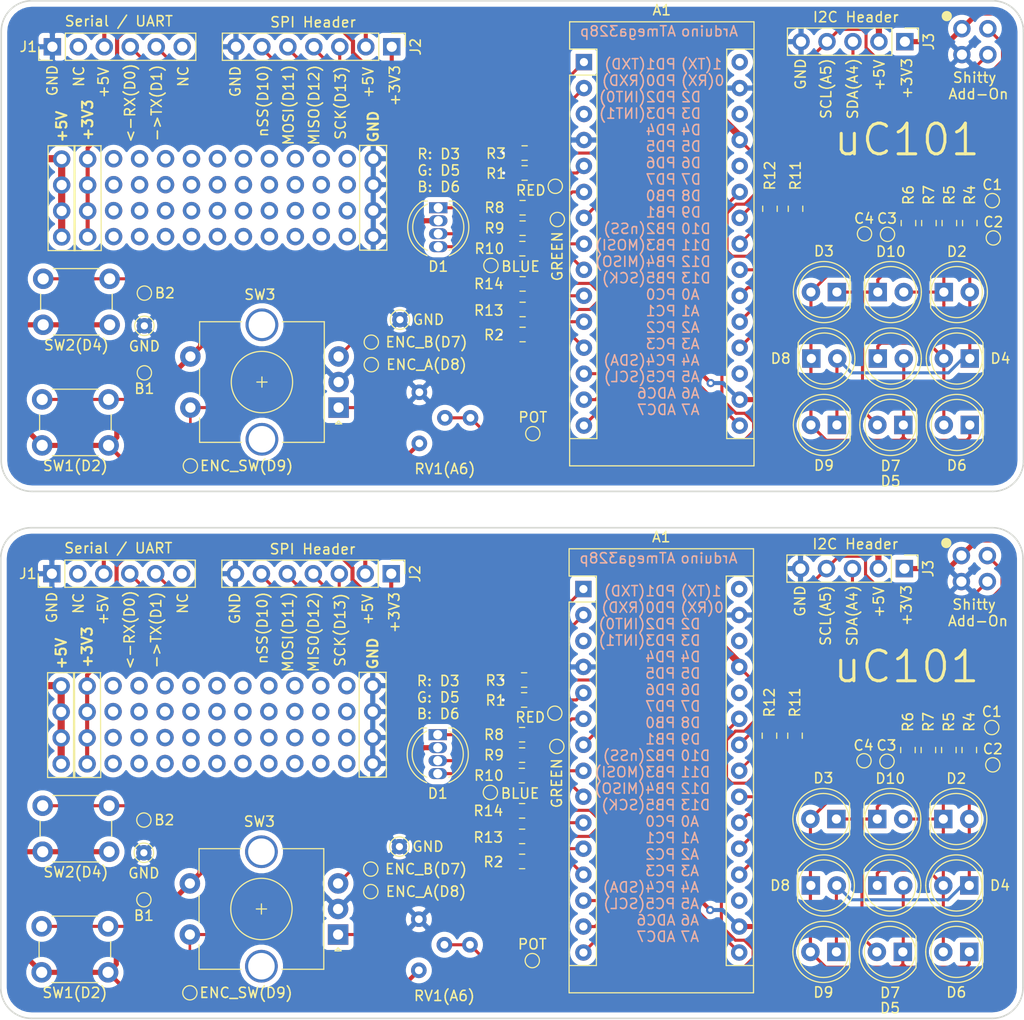
<source format=kicad_pcb>
(kicad_pcb (version 20171130) (host pcbnew "(5.1.0)-1")
  (layers (0 F.Cu signal) (31 B.Cu signal) (34 B.Paste user) (35 F.Paste user) (36 B.SilkS user) (37 F.SilkS user) (38 B.Mask user) (39 F.Mask user) (44 Edge.Cuts user))
  (net 0 "")
  (net 1 /TX)
  (net 2 /RX)
  (net 3 /CHARILE_1)
  (net 4 GND)
  (net 5 /CHARILE_2)
  (net 6 /BUTTON_1)
  (net 7 /CHARILE_3)
  (net 8 /LED_RED)
  (net 9 /CHARILE_4)
  (net 10 /BUTTON_2)
  (net 11 /SDA)
  (net 12 /LED_GREEN)
  (net 13 /SCL)
  (net 14 /LED_BLUE)
  (net 15 /POT)
  (net 16 /ENCODER_A)
  (net 17 /ENCODER_B)
  (net 18 +5V)
  (net 19 /ENCODER_SW)
  (net 20 /MOSI)
  (net 21 /MISO)
  (net 22 /SCK)
  (net 23 "Net-(D1-Pad1)")
  (net 24 "Net-(D10-Pad2)")
  (net 25 "Net-(D2-Pad2)")
  (net 26 "Net-(D10-Pad1)")
  (net 27 "Net-(D3-Pad2)")
  (net 28 "Net-(D1-Pad3)")
  (net 29 "Net-(D1-Pad4)")
  (net 30 +3V3)
  (net 31 /nSS)
  (module Module:Arduino_Nano (layer F.Cu) (at 155.6 107.35)
    (fp_text reference A1 (at 7.62 -5.08) (layer F.SilkS))
    (fp_text value Arduino_Nano_v3.x)
    (pad 1 thru_hole rect (at 0 0) (size 1.6 1.6) (drill 0.8) (layers *.Cu *.Mask) (net 1 /TX))
    (pad 17 thru_hole oval (at 15.24 33.02) (size 1.6 1.6) (drill 0.8) (layers *.Cu *.Mask) (net 30 +3V3))
    (pad 2 thru_hole oval (at 0 2.54) (size 1.6 1.6) (drill 0.8) (layers *.Cu *.Mask) (net 2 /RX))
    (pad 18 thru_hole oval (at 15.24 30.48) (size 1.6 1.6) (drill 0.8) (layers *.Cu *.Mask))
    (pad 3 thru_hole oval (at 0 5.08) (size 1.6 1.6) (drill 0.8) (layers *.Cu *.Mask))
    (pad 19 thru_hole oval (at 15.24 27.94) (size 1.6 1.6) (drill 0.8) (layers *.Cu *.Mask) (net 7 /CHARILE_3))
    (pad 4 thru_hole oval (at 0 7.62) (size 1.6 1.6) (drill 0.8) (layers *.Cu *.Mask) (net 4 GND))
    (pad 20 thru_hole oval (at 15.24 25.4) (size 1.6 1.6) (drill 0.8) (layers *.Cu *.Mask) (net 9 /CHARILE_4))
    (pad 5 thru_hole oval (at 0 10.16) (size 1.6 1.6) (drill 0.8) (layers *.Cu *.Mask) (net 6 /BUTTON_1))
    (pad 21 thru_hole oval (at 15.24 22.86) (size 1.6 1.6) (drill 0.8) (layers *.Cu *.Mask) (net 5 /CHARILE_2))
    (pad 6 thru_hole oval (at 0 12.7) (size 1.6 1.6) (drill 0.8) (layers *.Cu *.Mask) (net 8 /LED_RED))
    (pad 22 thru_hole oval (at 15.24 20.32) (size 1.6 1.6) (drill 0.8) (layers *.Cu *.Mask) (net 3 /CHARILE_1))
    (pad 7 thru_hole oval (at 0 15.24) (size 1.6 1.6) (drill 0.8) (layers *.Cu *.Mask) (net 10 /BUTTON_2))
    (pad 23 thru_hole oval (at 15.24 17.78) (size 1.6 1.6) (drill 0.8) (layers *.Cu *.Mask) (net 11 /SDA))
    (pad 8 thru_hole oval (at 0 17.78) (size 1.6 1.6) (drill 0.8) (layers *.Cu *.Mask) (net 12 /LED_GREEN))
    (pad 24 thru_hole oval (at 15.24 15.24) (size 1.6 1.6) (drill 0.8) (layers *.Cu *.Mask) (net 13 /SCL))
    (pad 9 thru_hole oval (at 0 20.32) (size 1.6 1.6) (drill 0.8) (layers *.Cu *.Mask) (net 14 /LED_BLUE))
    (pad 25 thru_hole oval (at 15.24 12.7) (size 1.6 1.6) (drill 0.8) (layers *.Cu *.Mask) (net 15 /POT))
    (pad 10 thru_hole oval (at 0 22.86) (size 1.6 1.6) (drill 0.8) (layers *.Cu *.Mask) (net 17 /ENCODER_B))
    (pad 26 thru_hole oval (at 15.24 10.16) (size 1.6 1.6) (drill 0.8) (layers *.Cu *.Mask))
    (pad 11 thru_hole oval (at 0 25.4) (size 1.6 1.6) (drill 0.8) (layers *.Cu *.Mask) (net 16 /ENCODER_A))
    (pad 27 thru_hole oval (at 15.24 7.62) (size 1.6 1.6) (drill 0.8) (layers *.Cu *.Mask) (net 18 +5V))
    (pad 12 thru_hole oval (at 0 27.94) (size 1.6 1.6) (drill 0.8) (layers *.Cu *.Mask) (net 19 /ENCODER_SW))
    (pad 28 thru_hole oval (at 15.24 5.08) (size 1.6 1.6) (drill 0.8) (layers *.Cu *.Mask))
    (pad 13 thru_hole oval (at 0 30.48) (size 1.6 1.6) (drill 0.8) (layers *.Cu *.Mask) (net 31 /nSS))
    (pad 29 thru_hole oval (at 15.24 2.54) (size 1.6 1.6) (drill 0.8) (layers *.Cu *.Mask) (net 4 GND))
    (pad 14 thru_hole oval (at 0 33.02) (size 1.6 1.6) (drill 0.8) (layers *.Cu *.Mask) (net 20 /MOSI))
    (pad 30 thru_hole oval (at 15.24 0) (size 1.6 1.6) (drill 0.8) (layers *.Cu *.Mask))
    (pad 15 thru_hole oval (at 0 35.56) (size 1.6 1.6) (drill 0.8) (layers *.Cu *.Mask) (net 21 /MISO))
    (pad 16 thru_hole oval (at 15.24 35.56) (size 1.6 1.6) (drill 0.8) (layers *.Cu *.Mask) (net 22 /SCK))
  )
  (module Connector_PinHeader_2.54mm:PinHeader_1x05_P2.54mm_Vertical (layer F.Cu) (at 187 105.35 270)
    (fp_text reference J3 (at 0 -2.33 270) (layer F.SilkS))
    (fp_text value "I2C Header" (at -2.4 4.8) (layer F.SilkS))
    (pad 5 thru_hole oval (at 0 10.16 270) (size 1.7 1.7) (drill 1) (layers *.Cu *.Mask) (net 4 GND))
    (pad 4 thru_hole oval (at 0 7.62 270) (size 1.7 1.7) (drill 1) (layers *.Cu *.Mask) (net 13 /SCL))
    (pad 3 thru_hole oval (at 0 5.08 270) (size 1.7 1.7) (drill 1) (layers *.Cu *.Mask) (net 11 /SDA))
    (pad 2 thru_hole oval (at 0 2.54 270) (size 1.7 1.7) (drill 1) (layers *.Cu *.Mask) (net 18 +5V))
    (pad 1 thru_hole rect (at 0 0 270) (size 1.7 1.7) (drill 1) (layers *.Cu *.Mask) (net 30 +3V3))
  )
  (module TestPoint:TestPoint_Pad_D1.0mm (layer F.Cu) (at 117.1 146.85)
    (fp_text reference TP15)
    (fp_text value "ENC_SW(D9)" (at 5.5 0 180) (layer F.SilkS))
    (pad 1 smd circle (at 0 0) (size 1 1) (layers F.Cu F.Mask) (net 19 /ENCODER_SW))
  )
  (module Connector_PinHeader_2.54mm:PinHeader_1x07_P2.54mm_Vertical (layer F.Cu) (at 136.8 105.85 270)
    (fp_text reference J2 (at 0 -2.33 270) (layer F.SilkS))
    (fp_text value "SPI Header" (at -2.4 7.7) (layer F.SilkS))
    (pad 7 thru_hole oval (at 0 15.24 270) (size 1.7 1.7) (drill 1) (layers *.Cu *.Mask) (net 4 GND))
    (pad 6 thru_hole oval (at 0 12.7 270) (size 1.7 1.7) (drill 1) (layers *.Cu *.Mask) (net 31 /nSS))
    (pad 5 thru_hole oval (at 0 10.16 270) (size 1.7 1.7) (drill 1) (layers *.Cu *.Mask) (net 20 /MOSI))
    (pad 4 thru_hole oval (at 0 7.62 270) (size 1.7 1.7) (drill 1) (layers *.Cu *.Mask) (net 21 /MISO))
    (pad 3 thru_hole oval (at 0 5.08 270) (size 1.7 1.7) (drill 1) (layers *.Cu *.Mask) (net 22 /SCK))
    (pad 2 thru_hole oval (at 0 2.54 270) (size 1.7 1.7) (drill 1) (layers *.Cu *.Mask) (net 18 +5V))
    (pad 1 thru_hole rect (at 0 0 270) (size 1.7 1.7) (drill 1) (layers *.Cu *.Mask) (net 30 +3V3))
  )
  (module uC101:PinHole_1x04_P2.54mm_Vertical (layer F.Cu) (at 107.05 116.835)
    (fp_text reference J11 hide)
    (fp_text value Conn_01x04)
    (pad 1 thru_hole oval (at 0 0) (size 1.7 1.7) (drill 1) (layers *.Cu *.Mask) (net 30 +3V3))
    (pad 4 thru_hole oval (at 0 7.62) (size 1.7 1.7) (drill 1) (layers *.Cu *.Mask) (net 30 +3V3))
    (pad 3 thru_hole oval (at 0 5.08) (size 1.7 1.7) (drill 1) (layers *.Cu *.Mask) (net 30 +3V3))
    (pad 2 thru_hole oval (at 0 2.54) (size 1.7 1.7) (drill 1) (layers *.Cu *.Mask) (net 30 +3V3))
  )
  (module uC101:PinHole_1x04_P2.54mm_Vertical (layer F.Cu) (at 104.51 116.835)
    (fp_text reference J10 hide)
    (fp_text value Conn_01x04)
    (pad 1 thru_hole oval (at 0 0) (size 1.7 1.7) (drill 1) (layers *.Cu *.Mask) (net 18 +5V))
    (pad 4 thru_hole oval (at 0 7.62) (size 1.7 1.7) (drill 1) (layers *.Cu *.Mask) (net 18 +5V))
    (pad 3 thru_hole oval (at 0 5.08) (size 1.7 1.7) (drill 1) (layers *.Cu *.Mask) (net 18 +5V))
    (pad 2 thru_hole oval (at 0 2.54) (size 1.7 1.7) (drill 1) (layers *.Cu *.Mask) (net 18 +5V))
  )
  (module uC101:PinHole_1x04_P2.54mm_Vertical (layer F.Cu) (at 134.99 116.8)
    (fp_text reference J9 hide)
    (fp_text value Conn_01x04)
    (pad 1 thru_hole oval (at 0 0) (size 1.7 1.7) (drill 1) (layers *.Cu *.Mask) (net 4 GND))
    (pad 4 thru_hole oval (at 0 7.62) (size 1.7 1.7) (drill 1) (layers *.Cu *.Mask) (net 4 GND))
    (pad 3 thru_hole oval (at 0 5.08) (size 1.7 1.7) (drill 1) (layers *.Cu *.Mask) (net 4 GND))
    (pad 2 thru_hole oval (at 0 2.54) (size 1.7 1.7) (drill 1) (layers *.Cu *.Mask) (net 4 GND))
  )
  (module uC101:PinHole_1x10_P2.54mm_Vertical (layer F.Cu) (at 109.59 116.8 90)
    (fp_text reference J8 hide)
    (fp_text value Conn_01x10)
    (pad 1 thru_hole oval (at 0 0 90) (size 1.7 1.7) (drill 1) (layers *.Cu *.Mask))
    (pad 10 thru_hole oval (at 0 22.86 90) (size 1.7 1.7) (drill 1) (layers *.Cu *.Mask))
    (pad 9 thru_hole oval (at 0 20.32 90) (size 1.7 1.7) (drill 1) (layers *.Cu *.Mask))
    (pad 8 thru_hole oval (at 0 17.78 90) (size 1.7 1.7) (drill 1) (layers *.Cu *.Mask))
    (pad 7 thru_hole oval (at 0 15.24 90) (size 1.7 1.7) (drill 1) (layers *.Cu *.Mask))
    (pad 6 thru_hole oval (at 0 12.7 90) (size 1.7 1.7) (drill 1) (layers *.Cu *.Mask))
    (pad 5 thru_hole oval (at 0 10.16 90) (size 1.7 1.7) (drill 1) (layers *.Cu *.Mask))
    (pad 4 thru_hole oval (at 0 7.62 90) (size 1.7 1.7) (drill 1) (layers *.Cu *.Mask))
    (pad 3 thru_hole oval (at 0 5.08 90) (size 1.7 1.7) (drill 1) (layers *.Cu *.Mask))
    (pad 2 thru_hole oval (at 0 2.54 90) (size 1.7 1.7) (drill 1) (layers *.Cu *.Mask))
  )
  (module uC101:PinHole_1x10_P2.54mm_Vertical (layer F.Cu) (at 109.59 124.42 90)
    (fp_text reference J7 hide)
    (fp_text value Conn_01x10)
    (pad 1 thru_hole oval (at 0 0 90) (size 1.7 1.7) (drill 1) (layers *.Cu *.Mask))
    (pad 10 thru_hole oval (at 0 22.86 90) (size 1.7 1.7) (drill 1) (layers *.Cu *.Mask))
    (pad 9 thru_hole oval (at 0 20.32 90) (size 1.7 1.7) (drill 1) (layers *.Cu *.Mask))
    (pad 8 thru_hole oval (at 0 17.78 90) (size 1.7 1.7) (drill 1) (layers *.Cu *.Mask))
    (pad 7 thru_hole oval (at 0 15.24 90) (size 1.7 1.7) (drill 1) (layers *.Cu *.Mask))
    (pad 6 thru_hole oval (at 0 12.7 90) (size 1.7 1.7) (drill 1) (layers *.Cu *.Mask))
    (pad 5 thru_hole oval (at 0 10.16 90) (size 1.7 1.7) (drill 1) (layers *.Cu *.Mask))
    (pad 4 thru_hole oval (at 0 7.62 90) (size 1.7 1.7) (drill 1) (layers *.Cu *.Mask))
    (pad 3 thru_hole oval (at 0 5.08 90) (size 1.7 1.7) (drill 1) (layers *.Cu *.Mask))
    (pad 2 thru_hole oval (at 0 2.54 90) (size 1.7 1.7) (drill 1) (layers *.Cu *.Mask))
  )
  (module uC101:PinHole_1x10_P2.54mm_Vertical (layer F.Cu) (at 109.59 121.88 90)
    (fp_text reference J6 hide)
    (fp_text value Conn_01x10)
    (pad 1 thru_hole oval (at 0 0 90) (size 1.7 1.7) (drill 1) (layers *.Cu *.Mask))
    (pad 10 thru_hole oval (at 0 22.86 90) (size 1.7 1.7) (drill 1) (layers *.Cu *.Mask))
    (pad 9 thru_hole oval (at 0 20.32 90) (size 1.7 1.7) (drill 1) (layers *.Cu *.Mask))
    (pad 8 thru_hole oval (at 0 17.78 90) (size 1.7 1.7) (drill 1) (layers *.Cu *.Mask))
    (pad 7 thru_hole oval (at 0 15.24 90) (size 1.7 1.7) (drill 1) (layers *.Cu *.Mask))
    (pad 6 thru_hole oval (at 0 12.7 90) (size 1.7 1.7) (drill 1) (layers *.Cu *.Mask))
    (pad 5 thru_hole oval (at 0 10.16 90) (size 1.7 1.7) (drill 1) (layers *.Cu *.Mask))
    (pad 4 thru_hole oval (at 0 7.62 90) (size 1.7 1.7) (drill 1) (layers *.Cu *.Mask))
    (pad 3 thru_hole oval (at 0 5.08 90) (size 1.7 1.7) (drill 1) (layers *.Cu *.Mask))
    (pad 2 thru_hole oval (at 0 2.54 90) (size 1.7 1.7) (drill 1) (layers *.Cu *.Mask))
  )
  (module uC101:PinHole_1x10_P2.54mm_Vertical (layer F.Cu) (at 109.59 119.34 90)
    (fp_text reference J5 hide)
    (fp_text value Conn_01x10)
    (pad 1 thru_hole oval (at 0 0 90) (size 1.7 1.7) (drill 1) (layers *.Cu *.Mask))
    (pad 10 thru_hole oval (at 0 22.86 90) (size 1.7 1.7) (drill 1) (layers *.Cu *.Mask))
    (pad 9 thru_hole oval (at 0 20.32 90) (size 1.7 1.7) (drill 1) (layers *.Cu *.Mask))
    (pad 8 thru_hole oval (at 0 17.78 90) (size 1.7 1.7) (drill 1) (layers *.Cu *.Mask))
    (pad 7 thru_hole oval (at 0 15.24 90) (size 1.7 1.7) (drill 1) (layers *.Cu *.Mask))
    (pad 6 thru_hole oval (at 0 12.7 90) (size 1.7 1.7) (drill 1) (layers *.Cu *.Mask))
    (pad 5 thru_hole oval (at 0 10.16 90) (size 1.7 1.7) (drill 1) (layers *.Cu *.Mask))
    (pad 4 thru_hole oval (at 0 7.62 90) (size 1.7 1.7) (drill 1) (layers *.Cu *.Mask))
    (pad 3 thru_hole oval (at 0 5.08 90) (size 1.7 1.7) (drill 1) (layers *.Cu *.Mask))
    (pad 2 thru_hole oval (at 0 2.54 90) (size 1.7 1.7) (drill 1) (layers *.Cu *.Mask))
  )
  (module TestPoint:TestPoint_THTPad_D1.5mm_Drill0.7mm (layer F.Cu) (at 112.6 133.15)
    (fp_text reference TP14 hide)
    (fp_text value GND (at 0 2) (layer F.SilkS))
    (pad 1 thru_hole circle (at 0 0) (size 1.5 1.5) (drill 0.7) (layers *.Cu *.Mask) (net 4 GND))
  )
  (module TestPoint:TestPoint_THTPad_D1.5mm_Drill0.7mm (layer F.Cu) (at 137.6 132.55)
    (fp_text reference TP13 hide)
    (fp_text value GND (at 2.8 0) (layer F.SilkS))
    (pad 1 thru_hole circle (at 0 0) (size 1.5 1.5) (drill 0.7) (layers *.Cu *.Mask) (net 4 GND))
  )
  (module TestPoint:TestPoint_Pad_D1.0mm (layer F.Cu) (at 150.6 143.7)
    (fp_text reference TP12 hide)
    (fp_text value POT (at 0 -1.6) (layer F.SilkS))
    (pad 1 smd circle (at 0 0) (size 1 1) (layers F.Cu F.Mask) (net 15 /POT))
  )
  (module TestPoint:TestPoint_Pad_D1.0mm (layer F.Cu) (at 153 122.75)
    (fp_text reference TP11 hide)
    (fp_text value GREEN (at 0 3.6 90) (layer F.SilkS))
    (pad 1 smd circle (at 0 0) (size 1 1) (layers F.Cu F.Mask) (net 12 /LED_GREEN))
  )
  (module TestPoint:TestPoint_Pad_D1.0mm (layer F.Cu) (at 146.5 127.25)
    (fp_text reference TP10 hide)
    (fp_text value BLUE (at 2.9 0.1) (layer F.SilkS))
    (pad 1 smd circle (at 0 0) (size 1 1) (layers F.Cu F.Mask) (net 14 /LED_BLUE))
  )
  (module TestPoint:TestPoint_Pad_D1.0mm (layer F.Cu) (at 152.8 119.5)
    (fp_text reference TP9 hide)
    (fp_text value RED (at -2.4 0.4) (layer F.SilkS))
    (pad 1 smd circle (at 0 0) (size 1 1) (layers F.Cu F.Mask) (net 8 /LED_RED))
  )
  (module TestPoint:TestPoint_Pad_D1.0mm (layer F.Cu) (at 183.05 124.15)
    (fp_text reference TP8 hide)
    (fp_text value C4 (at -0.05 -1.5) (layer F.SilkS))
    (pad 1 smd circle (at 0 0) (size 1 1) (layers F.Cu F.Mask) (net 26 "Net-(D10-Pad1)"))
  )
  (module TestPoint:TestPoint_Pad_D1.0mm (layer F.Cu) (at 185.3 124.2)
    (fp_text reference TP7 hide)
    (fp_text value C3 (at -0.05 -1.55) (layer F.SilkS))
    (pad 1 smd circle (at 0 0) (size 1 1) (layers F.Cu F.Mask) (net 27 "Net-(D3-Pad2)"))
  )
  (module TestPoint:TestPoint_Pad_D1.0mm (layer F.Cu) (at 195.65 124.55)
    (fp_text reference TP6 hide)
    (fp_text value C2 (at 0 -1.55) (layer F.SilkS))
    (pad 1 smd circle (at 0 0) (size 1 1) (layers F.Cu F.Mask) (net 24 "Net-(D10-Pad2)"))
  )
  (module TestPoint:TestPoint_Pad_D1.0mm (layer F.Cu) (at 195.55 120.9)
    (fp_text reference TP5 hide)
    (fp_text value C1 (at 0 -1.55) (layer F.SilkS))
    (pad 1 smd circle (at 0 0) (size 1 1) (layers F.Cu F.Mask) (net 25 "Net-(D2-Pad2)"))
  )
  (module TestPoint:TestPoint_Pad_D1.0mm (layer F.Cu) (at 112.6 129.95)
    (fp_text reference TP4 hide)
    (fp_text value B2 (at 2 0) (layer F.SilkS))
    (pad 1 smd circle (at 0 0) (size 1 1) (layers F.Cu F.Mask) (net 10 /BUTTON_2))
  )
  (module TestPoint:TestPoint_Pad_D1.0mm (layer F.Cu) (at 134.8 136.95)
    (fp_text reference TP3 hide)
    (fp_text value "ENC_A(D8)" (at 5.4 0) (layer F.SilkS))
    (pad 1 smd circle (at 0 0) (size 1 1) (layers F.Cu F.Mask) (net 16 /ENCODER_A))
  )
  (module TestPoint:TestPoint_Pad_D1.0mm (layer F.Cu) (at 112.6 137.75)
    (fp_text reference TP2 hide)
    (fp_text value B1 (at 0 1.55) (layer F.SilkS))
    (pad 1 smd circle (at 0 0) (size 1 1) (layers F.Cu F.Mask) (net 6 /BUTTON_1))
  )
  (module TestPoint:TestPoint_Pad_D1.0mm (layer F.Cu) (at 134.8 134.75)
    (fp_text reference TP1 hide)
    (fp_text value "ENC_B(D7)" (at 5.4 0) (layer F.SilkS))
    (pad 1 smd circle (at 0 0) (size 1 1) (layers F.Cu F.Mask) (net 17 /ENCODER_B))
  )
  (module Resistor_SMD:R_0805_2012Metric_Pad1.15x1.40mm_HandSolder (layer F.Cu) (at 149.6 129.05)
    (fp_text reference R14 (at -3.3 0) (layer F.SilkS))
    (fp_text value 10K)
    (pad 2 smd roundrect (at 1.025 0) (size 1.15 1.4) (layers F.Cu F.Paste F.Mask) (roundrect_rratio 0.217391) (net 17 /ENCODER_B))
    (pad 1 smd roundrect (at -1.025 0) (size 1.15 1.4) (layers F.Cu F.Paste F.Mask) (roundrect_rratio 0.217391) (net 18 +5V))
  )
  (module Resistor_SMD:R_0805_2012Metric_Pad1.15x1.40mm_HandSolder (layer F.Cu) (at 149.6 131.55)
    (fp_text reference R13 (at -3.3 0.1) (layer F.SilkS))
    (fp_text value 10K)
    (pad 2 smd roundrect (at 1.025 0) (size 1.15 1.4) (layers F.Cu F.Paste F.Mask) (roundrect_rratio 0.217391) (net 16 /ENCODER_A))
    (pad 1 smd roundrect (at -1.025 0) (size 1.15 1.4) (layers F.Cu F.Paste F.Mask) (roundrect_rratio 0.217391) (net 18 +5V))
  )
  (module Resistor_SMD:R_0805_2012Metric_Pad1.15x1.40mm_HandSolder (layer F.Cu) (at 173.8 121.7 90)
    (fp_text reference R12 (at 3.25 0 90) (layer F.SilkS))
    (fp_text value 4K7)
    (pad 2 smd roundrect (at 1.025 0 90) (size 1.15 1.4) (layers F.Cu F.Paste F.Mask) (roundrect_rratio 0.217391) (net 13 /SCL))
    (pad 1 smd roundrect (at -1.025 0 90) (size 1.15 1.4) (layers F.Cu F.Paste F.Mask) (roundrect_rratio 0.217391) (net 18 +5V))
  )
  (module Resistor_SMD:R_0805_2012Metric_Pad1.15x1.40mm_HandSolder (layer F.Cu) (at 176.3 121.7 90)
    (fp_text reference R11 (at 3.25 0 90) (layer F.SilkS))
    (fp_text value 4K7)
    (pad 2 smd roundrect (at 1.025 0 90) (size 1.15 1.4) (layers F.Cu F.Paste F.Mask) (roundrect_rratio 0.217391) (net 11 /SDA))
    (pad 1 smd roundrect (at -1.025 0 90) (size 1.15 1.4) (layers F.Cu F.Paste F.Mask) (roundrect_rratio 0.217391) (net 18 +5V))
  )
  (module uC101:PotentiometerAliExpress (layer F.Cu) (at 142 142.15 270)
    (fp_text reference "RV1(A6)" (at 5 0) (layer F.SilkS))
    (fp_text value "10K Pot")
    (pad 1 thru_hole circle (at -2.5 2.5 270) (size 1.524 1.524) (drill 0.762) (layers *.Cu *.Mask) (net 4 GND))
    (pad 3 thru_hole circle (at 2.5 2.5 270) (size 1.524 1.524) (drill 0.762) (layers *.Cu *.Mask) (net 18 +5V))
    (pad 2 thru_hole circle (at 0 0 270) (size 1.524 1.524) (drill 0.762) (layers *.Cu *.Mask) (net 15 /POT))
    (pad 2 thru_hole circle (at 0 -2.5 270) (size 1.524 1.524) (drill 0.762) (layers *.Cu *.Mask) (net 15 /POT))
  )
  (module Rotary_Encoder:RotaryEncoder_Alps_EC11E-Switch_Vertical_H20mm_CircularMountingHoles (layer F.Cu) (at 131.6 141.15 180)
    (fp_text reference SW3 (at 7.7 11.05 180) (layer F.SilkS))
    (fp_text value Rotary_Encoder_Switch)
    (pad S1 thru_hole circle (at 14.5 5 180) (size 2 2) (drill 1) (layers *.Cu *.Mask) (net 18 +5V))
    (pad S2 thru_hole circle (at 14.5 0 180) (size 2 2) (drill 1) (layers *.Cu *.Mask) (net 19 /ENCODER_SW))
    (pad MP thru_hole circle (at 7.5 8.1 180) (size 3.2 3.2) (drill 2.6) (layers *.Cu *.Mask))
    (pad MP thru_hole circle (at 7.5 -3.1 180) (size 3.2 3.2) (drill 2.6) (layers *.Cu *.Mask))
    (pad B thru_hole circle (at 0 5 180) (size 2 2) (drill 1) (layers *.Cu *.Mask) (net 17 /ENCODER_B))
    (pad C thru_hole circle (at 0 2.5 180) (size 2 2) (drill 1) (layers *.Cu *.Mask) (net 4 GND))
    (pad A thru_hole rect (at 0 0 180) (size 2 2) (drill 1) (layers *.Cu *.Mask) (net 16 /ENCODER_A))
  )
  (module uC101:SAO (layer F.Cu) (at 193.85 105.35)
    (fp_text reference J4)
    (fp_text value SAO_Conn)
    (pad 4 thru_hole circle (at 1.27 -1.27 270) (size 1.7 1.7) (drill 1) (layers *.Cu *.Mask) (net 11 /SDA))
    (pad 1 thru_hole circle (at -1.27 -1.27 270) (size 1.7 1.7) (drill 1) (layers *.Cu *.Mask) (net 30 +3V3))
    (pad 3 thru_hole circle (at 1.27 1.27 270) (size 1.7 1.7) (drill 1) (layers *.Cu *.Mask) (net 13 /SCL))
    (pad 2 thru_hole circle (at -1.27 1.27 270) (size 1.7 1.7) (drill 1) (layers *.Cu *.Mask) (net 4 GND))
  )
  (module LED_THT:LED_D5.0mm-4_RGB (layer F.Cu) (at 141.35 121.6 270)
    (fp_text reference D1 (at 5.75 0) (layer F.SilkS))
    (fp_text value LED_RAGB)
    (pad 4 thru_hole oval (at 3.81 0 270) (size 1.07 1.8) (drill 0.9) (layers *.Cu *.Mask) (net 29 "Net-(D1-Pad4)"))
    (pad 3 thru_hole oval (at 2.54 0 270) (size 1.07 1.8) (drill 0.9) (layers *.Cu *.Mask) (net 28 "Net-(D1-Pad3)"))
    (pad 2 thru_hole oval (at 1.27 0 270) (size 1.07 1.8) (drill 0.9) (layers *.Cu *.Mask) (net 18 +5V))
    (pad 1 thru_hole rect (at 0 0 270) (size 1.07 1.8) (drill 0.9) (layers *.Cu *.Mask) (net 23 "Net-(D1-Pad1)"))
  )
  (module LED_THT:LED_D5.0mm (layer F.Cu) (at 190.81 129.85)
    (fp_text reference D2 (at 1.27 -3.96) (layer F.SilkS))
    (fp_text value LED)
    (pad 1 thru_hole rect (at 0 0) (size 1.8 1.8) (drill 0.9) (layers *.Cu *.Mask) (net 24 "Net-(D10-Pad2)"))
    (pad 2 thru_hole circle (at 2.54 0) (size 1.8 1.8) (drill 0.9) (layers *.Cu *.Mask) (net 25 "Net-(D2-Pad2)"))
  )
  (module LED_THT:LED_D5.0mm (layer F.Cu) (at 180.35 129.85 180)
    (fp_text reference D3 (at 1.27 4 180) (layer F.SilkS))
    (fp_text value LED)
    (pad 1 thru_hole rect (at 0 0 180) (size 1.8 1.8) (drill 0.9) (layers *.Cu *.Mask) (net 26 "Net-(D10-Pad1)"))
    (pad 2 thru_hole circle (at 2.54 0 180) (size 1.8 1.8) (drill 0.9) (layers *.Cu *.Mask) (net 27 "Net-(D3-Pad2)"))
  )
  (module LED_THT:LED_D5.0mm (layer F.Cu) (at 193.35 136.35 180)
    (fp_text reference D4 (at -3 0 180) (layer F.SilkS))
    (fp_text value LED)
    (pad 2 thru_hole circle (at 2.54 0 180) (size 1.8 1.8) (drill 0.9) (layers *.Cu *.Mask) (net 24 "Net-(D10-Pad2)"))
    (pad 1 thru_hole rect (at 0 0 180) (size 1.8 1.8) (drill 0.9) (layers *.Cu *.Mask) (net 25 "Net-(D2-Pad2)"))
  )
  (module LED_THT:LED_D5.0mm (layer F.Cu) (at 186.85 142.85 180)
    (fp_text reference D5 (at 1.25 -5.5 180) (layer F.SilkS))
    (fp_text value LED)
    (pad 2 thru_hole circle (at 2.54 0 180) (size 1.8 1.8) (drill 0.9) (layers *.Cu *.Mask) (net 26 "Net-(D10-Pad1)"))
    (pad 1 thru_hole rect (at 0 0 180) (size 1.8 1.8) (drill 0.9) (layers *.Cu *.Mask) (net 27 "Net-(D3-Pad2)"))
  )
  (module LED_THT:LED_D5.0mm (layer F.Cu) (at 193.35 142.85 180)
    (fp_text reference D6 (at 1.27 -3.96 180) (layer F.SilkS))
    (fp_text value LED)
    (pad 1 thru_hole rect (at 0 0 180) (size 1.8 1.8) (drill 0.9) (layers *.Cu *.Mask) (net 27 "Net-(D3-Pad2)"))
    (pad 2 thru_hole circle (at 2.54 0 180) (size 1.8 1.8) (drill 0.9) (layers *.Cu *.Mask) (net 24 "Net-(D10-Pad2)"))
  )
  (module LED_THT:LED_D5.0mm (layer F.Cu) (at 184.35 136.35)
    (fp_text reference D7 (at 1.25 10.5) (layer F.SilkS))
    (fp_text value LED)
    (pad 2 thru_hole circle (at 2.54 0) (size 1.8 1.8) (drill 0.9) (layers *.Cu *.Mask) (net 27 "Net-(D3-Pad2)"))
    (pad 1 thru_hole rect (at 0 0) (size 1.8 1.8) (drill 0.9) (layers *.Cu *.Mask) (net 24 "Net-(D10-Pad2)"))
  )
  (module LED_THT:LED_D5.0mm (layer F.Cu) (at 177.85 136.35)
    (fp_text reference D8 (at -3 0) (layer F.SilkS))
    (fp_text value LED)
    (pad 1 thru_hole rect (at 0 0) (size 1.8 1.8) (drill 0.9) (layers *.Cu *.Mask) (net 27 "Net-(D3-Pad2)"))
    (pad 2 thru_hole circle (at 2.54 0) (size 1.8 1.8) (drill 0.9) (layers *.Cu *.Mask) (net 25 "Net-(D2-Pad2)"))
  )
  (module LED_THT:LED_D5.0mm (layer F.Cu) (at 180.35 142.85 180)
    (fp_text reference D9 (at 1.27 -3.96 180) (layer F.SilkS))
    (fp_text value LED)
    (pad 1 thru_hole rect (at 0 0 180) (size 1.8 1.8) (drill 0.9) (layers *.Cu *.Mask) (net 25 "Net-(D2-Pad2)"))
    (pad 2 thru_hole circle (at 2.54 0 180) (size 1.8 1.8) (drill 0.9) (layers *.Cu *.Mask) (net 27 "Net-(D3-Pad2)"))
  )
  (module LED_THT:LED_D5.0mm (layer F.Cu) (at 184.35 129.85)
    (fp_text reference D10 (at 1.27 -3.96) (layer F.SilkS))
    (fp_text value LED)
    (pad 2 thru_hole circle (at 2.54 0) (size 1.8 1.8) (drill 0.9) (layers *.Cu *.Mask) (net 24 "Net-(D10-Pad2)"))
    (pad 1 thru_hole rect (at 0 0) (size 1.8 1.8) (drill 0.9) (layers *.Cu *.Mask) (net 26 "Net-(D10-Pad1)"))
  )
  (module Connector_PinHeader_2.54mm:PinHeader_1x06_P2.54mm_Vertical (layer F.Cu) (at 103.6 105.85 90)
    (fp_text reference J1 (at 0 -2.35 180) (layer F.SilkS))
    (fp_text value "Serial / UART" (at 2.5 6.5 -180) (layer F.SilkS))
    (pad 6 thru_hole oval (at 0 12.7 90) (size 1.7 1.7) (drill 1) (layers *.Cu *.Mask))
    (pad 5 thru_hole oval (at 0 10.16 90) (size 1.7 1.7) (drill 1) (layers *.Cu *.Mask) (net 1 /TX))
    (pad 4 thru_hole oval (at 0 7.62 90) (size 1.7 1.7) (drill 1) (layers *.Cu *.Mask) (net 2 /RX))
    (pad 3 thru_hole oval (at 0 5.08 90) (size 1.7 1.7) (drill 1) (layers *.Cu *.Mask) (net 18 +5V))
    (pad 2 thru_hole oval (at 0 2.54 90) (size 1.7 1.7) (drill 1) (layers *.Cu *.Mask))
    (pad 1 thru_hole rect (at 0 0 90) (size 1.7 1.7) (drill 1) (layers *.Cu *.Mask) (net 4 GND))
  )
  (module Resistor_SMD:R_0805_2012Metric_Pad1.15x1.40mm_HandSolder (layer F.Cu) (at 149.8 118.2 180)
    (fp_text reference R1 (at 2.8 -0.05 180) (layer F.SilkS))
    (fp_text value 10K)
    (pad 2 smd roundrect (at 1.025 0 180) (size 1.15 1.4) (layers F.Cu F.Paste F.Mask) (roundrect_rratio 0.217391) (net 4 GND))
    (pad 1 smd roundrect (at -1.025 0 180) (size 1.15 1.4) (layers F.Cu F.Paste F.Mask) (roundrect_rratio 0.217391) (net 6 /BUTTON_1))
  )
  (module Resistor_SMD:R_0805_2012Metric_Pad1.15x1.40mm_HandSolder (layer F.Cu) (at 149.6 134 180)
    (fp_text reference R2 (at 2.8 -0.05 180) (layer F.SilkS))
    (fp_text value 10K)
    (pad 1 smd roundrect (at -1.025 0 180) (size 1.15 1.4) (layers F.Cu F.Paste F.Mask) (roundrect_rratio 0.217391) (net 19 /ENCODER_SW))
    (pad 2 smd roundrect (at 1.025 0 180) (size 1.15 1.4) (layers F.Cu F.Paste F.Mask) (roundrect_rratio 0.217391) (net 4 GND))
  )
  (module Resistor_SMD:R_0805_2012Metric_Pad1.15x1.40mm_HandSolder (layer F.Cu) (at 149.8 116.25 180)
    (fp_text reference R3 (at 2.8 -0.05 180) (layer F.SilkS))
    (fp_text value 10K)
    (pad 2 smd roundrect (at 1.025 0 180) (size 1.15 1.4) (layers F.Cu F.Paste F.Mask) (roundrect_rratio 0.217391) (net 4 GND))
    (pad 1 smd roundrect (at -1.025 0 180) (size 1.15 1.4) (layers F.Cu F.Paste F.Mask) (roundrect_rratio 0.217391) (net 10 /BUTTON_2))
  )
  (module Resistor_SMD:R_0805_2012Metric_Pad1.15x1.40mm_HandSolder (layer F.Cu) (at 193.35 123.1 90)
    (fp_text reference R4 (at 2.75 0 90) (layer F.SilkS))
    (fp_text value 330R)
    (pad 2 smd roundrect (at 1.025 0 90) (size 1.15 1.4) (layers F.Cu F.Paste F.Mask) (roundrect_rratio 0.217391) (net 3 /CHARILE_1))
    (pad 1 smd roundrect (at -1.025 0 90) (size 1.15 1.4) (layers F.Cu F.Paste F.Mask) (roundrect_rratio 0.217391) (net 25 "Net-(D2-Pad2)"))
  )
  (module Resistor_SMD:R_0805_2012Metric_Pad1.15x1.40mm_HandSolder (layer F.Cu) (at 191.35 123.1 90)
    (fp_text reference R5 (at 2.75 0 90) (layer F.SilkS))
    (fp_text value 330R)
    (pad 1 smd roundrect (at -1.025 0 90) (size 1.15 1.4) (layers F.Cu F.Paste F.Mask) (roundrect_rratio 0.217391) (net 24 "Net-(D10-Pad2)"))
    (pad 2 smd roundrect (at 1.025 0 90) (size 1.15 1.4) (layers F.Cu F.Paste F.Mask) (roundrect_rratio 0.217391) (net 5 /CHARILE_2))
  )
  (module Resistor_SMD:R_0805_2012Metric_Pad1.15x1.40mm_HandSolder (layer F.Cu) (at 187.35 123.1 90)
    (fp_text reference R6 (at 2.75 0 90) (layer F.SilkS))
    (fp_text value 330R)
    (pad 2 smd roundrect (at 1.025 0 90) (size 1.15 1.4) (layers F.Cu F.Paste F.Mask) (roundrect_rratio 0.217391) (net 7 /CHARILE_3))
    (pad 1 smd roundrect (at -1.025 0 90) (size 1.15 1.4) (layers F.Cu F.Paste F.Mask) (roundrect_rratio 0.217391) (net 27 "Net-(D3-Pad2)"))
  )
  (module Resistor_SMD:R_0805_2012Metric_Pad1.15x1.40mm_HandSolder (layer F.Cu) (at 189.35 123.1 90)
    (fp_text reference R7 (at 2.75 0 90) (layer F.SilkS))
    (fp_text value 330R)
    (pad 1 smd roundrect (at -1.025 0 90) (size 1.15 1.4) (layers F.Cu F.Paste F.Mask) (roundrect_rratio 0.217391) (net 26 "Net-(D10-Pad1)"))
    (pad 2 smd roundrect (at 1.025 0 90) (size 1.15 1.4) (layers F.Cu F.Paste F.Mask) (roundrect_rratio 0.217391) (net 9 /CHARILE_4))
  )
  (module Resistor_SMD:R_0805_2012Metric_Pad1.15x1.40mm_HandSolder (layer F.Cu) (at 149.6 121.6 180)
    (fp_text reference R8 (at 2.75 0 180) (layer F.SilkS))
    (fp_text value 330R)
    (pad 1 smd roundrect (at -1.025 0 180) (size 1.15 1.4) (layers F.Cu F.Paste F.Mask) (roundrect_rratio 0.217391) (net 8 /LED_RED))
    (pad 2 smd roundrect (at 1.025 0 180) (size 1.15 1.4) (layers F.Cu F.Paste F.Mask) (roundrect_rratio 0.217391) (net 23 "Net-(D1-Pad1)"))
  )
  (module Resistor_SMD:R_0805_2012Metric_Pad1.15x1.40mm_HandSolder (layer F.Cu) (at 149.6 123.6 180)
    (fp_text reference R9 (at 2.75 0 180) (layer F.SilkS))
    (fp_text value 330R)
    (pad 2 smd roundrect (at 1.025 0 180) (size 1.15 1.4) (layers F.Cu F.Paste F.Mask) (roundrect_rratio 0.217391) (net 28 "Net-(D1-Pad3)"))
    (pad 1 smd roundrect (at -1.025 0 180) (size 1.15 1.4) (layers F.Cu F.Paste F.Mask) (roundrect_rratio 0.217391) (net 12 /LED_GREEN))
  )
  (module Resistor_SMD:R_0805_2012Metric_Pad1.15x1.40mm_HandSolder (layer F.Cu) (at 149.575 125.6 180)
    (fp_text reference R10 (at 3.225 0 180) (layer F.SilkS))
    (fp_text value 330R)
    (pad 1 smd roundrect (at -1.025 0 180) (size 1.15 1.4) (layers F.Cu F.Paste F.Mask) (roundrect_rratio 0.217391) (net 14 /LED_BLUE))
    (pad 2 smd roundrect (at 1.025 0 180) (size 1.15 1.4) (layers F.Cu F.Paste F.Mask) (roundrect_rratio 0.217391) (net 29 "Net-(D1-Pad4)"))
  )
  (module Button_Switch_THT:SW_PUSH_6mm_H4.3mm (layer F.Cu) (at 109.1 144.85 180)
    (fp_text reference "SW1(D2)" (at 3.25 -2 180) (layer F.SilkS))
    (fp_text value SW_Push)
    (pad 1 thru_hole circle (at 6.5 0 270) (size 2 2) (drill 1.1) (layers *.Cu *.Mask) (net 18 +5V))
    (pad 2 thru_hole circle (at 6.5 4.5 270) (size 2 2) (drill 1.1) (layers *.Cu *.Mask) (net 6 /BUTTON_1))
    (pad 1 thru_hole circle (at 0 0 270) (size 2 2) (drill 1.1) (layers *.Cu *.Mask) (net 18 +5V))
    (pad 2 thru_hole circle (at 0 4.5 270) (size 2 2) (drill 1.1) (layers *.Cu *.Mask) (net 6 /BUTTON_1))
  )
  (module Button_Switch_THT:SW_PUSH_6mm_H4.3mm (layer F.Cu) (at 109.2 133.05 180)
    (fp_text reference "SW2(D4)" (at 3.25 -2 180) (layer F.SilkS))
    (fp_text value SW_Push)
    (pad 2 thru_hole circle (at 0 4.5 270) (size 2 2) (drill 1.1) (layers *.Cu *.Mask) (net 10 /BUTTON_2))
    (pad 1 thru_hole circle (at 0 0 270) (size 2 2) (drill 1.1) (layers *.Cu *.Mask) (net 18 +5V))
    (pad 2 thru_hole circle (at 6.5 4.5 270) (size 2 2) (drill 1.1) (layers *.Cu *.Mask) (net 10 /BUTTON_2))
    (pad 1 thru_hole circle (at 6.5 0 270) (size 2 2) (drill 1.1) (layers *.Cu *.Mask) (net 18 +5V))
  )
  (module Module:Arduino_Nano (layer F.Cu) (at 155.65 55.8)
    (fp_text reference A1 (at 7.62 -5.08) (layer F.SilkS))
    (fp_text value Arduino_Nano_v3.x)
    (pad 1 thru_hole rect (at 0 0) (size 1.6 1.6) (drill 0.8) (layers *.Cu *.Mask) (net 1 /TX))
    (pad 17 thru_hole oval (at 15.24 33.02) (size 1.6 1.6) (drill 0.8) (layers *.Cu *.Mask) (net 30 +3V3))
    (pad 2 thru_hole oval (at 0 2.54) (size 1.6 1.6) (drill 0.8) (layers *.Cu *.Mask) (net 2 /RX))
    (pad 18 thru_hole oval (at 15.24 30.48) (size 1.6 1.6) (drill 0.8) (layers *.Cu *.Mask))
    (pad 3 thru_hole oval (at 0 5.08) (size 1.6 1.6) (drill 0.8) (layers *.Cu *.Mask))
    (pad 19 thru_hole oval (at 15.24 27.94) (size 1.6 1.6) (drill 0.8) (layers *.Cu *.Mask) (net 7 /CHARILE_3))
    (pad 4 thru_hole oval (at 0 7.62) (size 1.6 1.6) (drill 0.8) (layers *.Cu *.Mask) (net 4 GND))
    (pad 20 thru_hole oval (at 15.24 25.4) (size 1.6 1.6) (drill 0.8) (layers *.Cu *.Mask) (net 9 /CHARILE_4))
    (pad 5 thru_hole oval (at 0 10.16) (size 1.6 1.6) (drill 0.8) (layers *.Cu *.Mask) (net 6 /BUTTON_1))
    (pad 21 thru_hole oval (at 15.24 22.86) (size 1.6 1.6) (drill 0.8) (layers *.Cu *.Mask) (net 5 /CHARILE_2))
    (pad 6 thru_hole oval (at 0 12.7) (size 1.6 1.6) (drill 0.8) (layers *.Cu *.Mask) (net 8 /LED_RED))
    (pad 22 thru_hole oval (at 15.24 20.32) (size 1.6 1.6) (drill 0.8) (layers *.Cu *.Mask) (net 3 /CHARILE_1))
    (pad 7 thru_hole oval (at 0 15.24) (size 1.6 1.6) (drill 0.8) (layers *.Cu *.Mask) (net 10 /BUTTON_2))
    (pad 23 thru_hole oval (at 15.24 17.78) (size 1.6 1.6) (drill 0.8) (layers *.Cu *.Mask) (net 11 /SDA))
    (pad 8 thru_hole oval (at 0 17.78) (size 1.6 1.6) (drill 0.8) (layers *.Cu *.Mask) (net 12 /LED_GREEN))
    (pad 24 thru_hole oval (at 15.24 15.24) (size 1.6 1.6) (drill 0.8) (layers *.Cu *.Mask) (net 13 /SCL))
    (pad 9 thru_hole oval (at 0 20.32) (size 1.6 1.6) (drill 0.8) (layers *.Cu *.Mask) (net 14 /LED_BLUE))
    (pad 25 thru_hole oval (at 15.24 12.7) (size 1.6 1.6) (drill 0.8) (layers *.Cu *.Mask) (net 15 /POT))
    (pad 10 thru_hole oval (at 0 22.86) (size 1.6 1.6) (drill 0.8) (layers *.Cu *.Mask) (net 17 /ENCODER_B))
    (pad 26 thru_hole oval (at 15.24 10.16) (size 1.6 1.6) (drill 0.8) (layers *.Cu *.Mask))
    (pad 11 thru_hole oval (at 0 25.4) (size 1.6 1.6) (drill 0.8) (layers *.Cu *.Mask) (net 16 /ENCODER_A))
    (pad 27 thru_hole oval (at 15.24 7.62) (size 1.6 1.6) (drill 0.8) (layers *.Cu *.Mask) (net 18 +5V))
    (pad 12 thru_hole oval (at 0 27.94) (size 1.6 1.6) (drill 0.8) (layers *.Cu *.Mask) (net 19 /ENCODER_SW))
    (pad 28 thru_hole oval (at 15.24 5.08) (size 1.6 1.6) (drill 0.8) (layers *.Cu *.Mask))
    (pad 13 thru_hole oval (at 0 30.48) (size 1.6 1.6) (drill 0.8) (layers *.Cu *.Mask) (net 31 /nSS))
    (pad 29 thru_hole oval (at 15.24 2.54) (size 1.6 1.6) (drill 0.8) (layers *.Cu *.Mask) (net 4 GND))
    (pad 14 thru_hole oval (at 0 33.02) (size 1.6 1.6) (drill 0.8) (layers *.Cu *.Mask) (net 20 /MOSI))
    (pad 30 thru_hole oval (at 15.24 0) (size 1.6 1.6) (drill 0.8) (layers *.Cu *.Mask))
    (pad 15 thru_hole oval (at 0 35.56) (size 1.6 1.6) (drill 0.8) (layers *.Cu *.Mask) (net 21 /MISO))
    (pad 16 thru_hole oval (at 15.24 35.56) (size 1.6 1.6) (drill 0.8) (layers *.Cu *.Mask) (net 22 /SCK))
  )
  (module Connector_PinHeader_2.54mm:PinHeader_1x05_P2.54mm_Vertical (layer F.Cu) (at 187.05 53.8 270)
    (fp_text reference J3 (at 0 -2.33 270) (layer F.SilkS))
    (fp_text value "I2C Header" (at -2.4 4.8) (layer F.SilkS))
    (pad 5 thru_hole oval (at 0 10.16 270) (size 1.7 1.7) (drill 1) (layers *.Cu *.Mask) (net 4 GND))
    (pad 4 thru_hole oval (at 0 7.62 270) (size 1.7 1.7) (drill 1) (layers *.Cu *.Mask) (net 13 /SCL))
    (pad 3 thru_hole oval (at 0 5.08 270) (size 1.7 1.7) (drill 1) (layers *.Cu *.Mask) (net 11 /SDA))
    (pad 2 thru_hole oval (at 0 2.54 270) (size 1.7 1.7) (drill 1) (layers *.Cu *.Mask) (net 18 +5V))
    (pad 1 thru_hole rect (at 0 0 270) (size 1.7 1.7) (drill 1) (layers *.Cu *.Mask) (net 30 +3V3))
  )
  (module TestPoint:TestPoint_Pad_D1.0mm (layer F.Cu) (at 117.15 95.3)
    (fp_text reference TP15)
    (fp_text value "ENC_SW(D9)" (at 5.5 0 180) (layer F.SilkS))
    (pad 1 smd circle (at 0 0) (size 1 1) (layers F.Cu F.Mask) (net 19 /ENCODER_SW))
  )
  (module Connector_PinHeader_2.54mm:PinHeader_1x07_P2.54mm_Vertical (layer F.Cu) (at 136.85 54.3 270)
    (fp_text reference J2 (at 0 -2.33 270) (layer F.SilkS))
    (fp_text value "SPI Header" (at -2.4 7.7) (layer F.SilkS))
    (pad 7 thru_hole oval (at 0 15.24 270) (size 1.7 1.7) (drill 1) (layers *.Cu *.Mask) (net 4 GND))
    (pad 6 thru_hole oval (at 0 12.7 270) (size 1.7 1.7) (drill 1) (layers *.Cu *.Mask) (net 31 /nSS))
    (pad 5 thru_hole oval (at 0 10.16 270) (size 1.7 1.7) (drill 1) (layers *.Cu *.Mask) (net 20 /MOSI))
    (pad 4 thru_hole oval (at 0 7.62 270) (size 1.7 1.7) (drill 1) (layers *.Cu *.Mask) (net 21 /MISO))
    (pad 3 thru_hole oval (at 0 5.08 270) (size 1.7 1.7) (drill 1) (layers *.Cu *.Mask) (net 22 /SCK))
    (pad 2 thru_hole oval (at 0 2.54 270) (size 1.7 1.7) (drill 1) (layers *.Cu *.Mask) (net 18 +5V))
    (pad 1 thru_hole rect (at 0 0 270) (size 1.7 1.7) (drill 1) (layers *.Cu *.Mask) (net 30 +3V3))
  )
  (module uC101:PinHole_1x04_P2.54mm_Vertical (layer F.Cu) (at 107.1 65.285)
    (fp_text reference J11 hide)
    (fp_text value Conn_01x04)
    (pad 1 thru_hole oval (at 0 0) (size 1.7 1.7) (drill 1) (layers *.Cu *.Mask) (net 30 +3V3))
    (pad 4 thru_hole oval (at 0 7.62) (size 1.7 1.7) (drill 1) (layers *.Cu *.Mask) (net 30 +3V3))
    (pad 3 thru_hole oval (at 0 5.08) (size 1.7 1.7) (drill 1) (layers *.Cu *.Mask) (net 30 +3V3))
    (pad 2 thru_hole oval (at 0 2.54) (size 1.7 1.7) (drill 1) (layers *.Cu *.Mask) (net 30 +3V3))
  )
  (module uC101:PinHole_1x04_P2.54mm_Vertical (layer F.Cu) (at 104.56 65.285)
    (fp_text reference J10 hide)
    (fp_text value Conn_01x04)
    (pad 1 thru_hole oval (at 0 0) (size 1.7 1.7) (drill 1) (layers *.Cu *.Mask) (net 18 +5V))
    (pad 4 thru_hole oval (at 0 7.62) (size 1.7 1.7) (drill 1) (layers *.Cu *.Mask) (net 18 +5V))
    (pad 3 thru_hole oval (at 0 5.08) (size 1.7 1.7) (drill 1) (layers *.Cu *.Mask) (net 18 +5V))
    (pad 2 thru_hole oval (at 0 2.54) (size 1.7 1.7) (drill 1) (layers *.Cu *.Mask) (net 18 +5V))
  )
  (module uC101:PinHole_1x04_P2.54mm_Vertical (layer F.Cu) (at 135.04 65.25)
    (fp_text reference J9 hide)
    (fp_text value Conn_01x04)
    (pad 1 thru_hole oval (at 0 0) (size 1.7 1.7) (drill 1) (layers *.Cu *.Mask) (net 4 GND))
    (pad 4 thru_hole oval (at 0 7.62) (size 1.7 1.7) (drill 1) (layers *.Cu *.Mask) (net 4 GND))
    (pad 3 thru_hole oval (at 0 5.08) (size 1.7 1.7) (drill 1) (layers *.Cu *.Mask) (net 4 GND))
    (pad 2 thru_hole oval (at 0 2.54) (size 1.7 1.7) (drill 1) (layers *.Cu *.Mask) (net 4 GND))
  )
  (module uC101:PinHole_1x10_P2.54mm_Vertical (layer F.Cu) (at 109.64 65.25 90)
    (fp_text reference J8 hide)
    (fp_text value Conn_01x10)
    (pad 1 thru_hole oval (at 0 0 90) (size 1.7 1.7) (drill 1) (layers *.Cu *.Mask))
    (pad 10 thru_hole oval (at 0 22.86 90) (size 1.7 1.7) (drill 1) (layers *.Cu *.Mask))
    (pad 9 thru_hole oval (at 0 20.32 90) (size 1.7 1.7) (drill 1) (layers *.Cu *.Mask))
    (pad 8 thru_hole oval (at 0 17.78 90) (size 1.7 1.7) (drill 1) (layers *.Cu *.Mask))
    (pad 7 thru_hole oval (at 0 15.24 90) (size 1.7 1.7) (drill 1) (layers *.Cu *.Mask))
    (pad 6 thru_hole oval (at 0 12.7 90) (size 1.7 1.7) (drill 1) (layers *.Cu *.Mask))
    (pad 5 thru_hole oval (at 0 10.16 90) (size 1.7 1.7) (drill 1) (layers *.Cu *.Mask))
    (pad 4 thru_hole oval (at 0 7.62 90) (size 1.7 1.7) (drill 1) (layers *.Cu *.Mask))
    (pad 3 thru_hole oval (at 0 5.08 90) (size 1.7 1.7) (drill 1) (layers *.Cu *.Mask))
    (pad 2 thru_hole oval (at 0 2.54 90) (size 1.7 1.7) (drill 1) (layers *.Cu *.Mask))
  )
  (module uC101:PinHole_1x10_P2.54mm_Vertical (layer F.Cu) (at 109.64 72.87 90)
    (fp_text reference J7 hide)
    (fp_text value Conn_01x10)
    (pad 1 thru_hole oval (at 0 0 90) (size 1.7 1.7) (drill 1) (layers *.Cu *.Mask))
    (pad 10 thru_hole oval (at 0 22.86 90) (size 1.7 1.7) (drill 1) (layers *.Cu *.Mask))
    (pad 9 thru_hole oval (at 0 20.32 90) (size 1.7 1.7) (drill 1) (layers *.Cu *.Mask))
    (pad 8 thru_hole oval (at 0 17.78 90) (size 1.7 1.7) (drill 1) (layers *.Cu *.Mask))
    (pad 7 thru_hole oval (at 0 15.24 90) (size 1.7 1.7) (drill 1) (layers *.Cu *.Mask))
    (pad 6 thru_hole oval (at 0 12.7 90) (size 1.7 1.7) (drill 1) (layers *.Cu *.Mask))
    (pad 5 thru_hole oval (at 0 10.16 90) (size 1.7 1.7) (drill 1) (layers *.Cu *.Mask))
    (pad 4 thru_hole oval (at 0 7.62 90) (size 1.7 1.7) (drill 1) (layers *.Cu *.Mask))
    (pad 3 thru_hole oval (at 0 5.08 90) (size 1.7 1.7) (drill 1) (layers *.Cu *.Mask))
    (pad 2 thru_hole oval (at 0 2.54 90) (size 1.7 1.7) (drill 1) (layers *.Cu *.Mask))
  )
  (module uC101:PinHole_1x10_P2.54mm_Vertical (layer F.Cu) (at 109.64 70.33 90)
    (fp_text reference J6 hide)
    (fp_text value Conn_01x10)
    (pad 1 thru_hole oval (at 0 0 90) (size 1.7 1.7) (drill 1) (layers *.Cu *.Mask))
    (pad 10 thru_hole oval (at 0 22.86 90) (size 1.7 1.7) (drill 1) (layers *.Cu *.Mask))
    (pad 9 thru_hole oval (at 0 20.32 90) (size 1.7 1.7) (drill 1) (layers *.Cu *.Mask))
    (pad 8 thru_hole oval (at 0 17.78 90) (size 1.7 1.7) (drill 1) (layers *.Cu *.Mask))
    (pad 7 thru_hole oval (at 0 15.24 90) (size 1.7 1.7) (drill 1) (layers *.Cu *.Mask))
    (pad 6 thru_hole oval (at 0 12.7 90) (size 1.7 1.7) (drill 1) (layers *.Cu *.Mask))
    (pad 5 thru_hole oval (at 0 10.16 90) (size 1.7 1.7) (drill 1) (layers *.Cu *.Mask))
    (pad 4 thru_hole oval (at 0 7.62 90) (size 1.7 1.7) (drill 1) (layers *.Cu *.Mask))
    (pad 3 thru_hole oval (at 0 5.08 90) (size 1.7 1.7) (drill 1) (layers *.Cu *.Mask))
    (pad 2 thru_hole oval (at 0 2.54 90) (size 1.7 1.7) (drill 1) (layers *.Cu *.Mask))
  )
  (module uC101:PinHole_1x10_P2.54mm_Vertical (layer F.Cu) (at 109.64 67.79 90)
    (fp_text reference J5 hide)
    (fp_text value Conn_01x10)
    (pad 1 thru_hole oval (at 0 0 90) (size 1.7 1.7) (drill 1) (layers *.Cu *.Mask))
    (pad 10 thru_hole oval (at 0 22.86 90) (size 1.7 1.7) (drill 1) (layers *.Cu *.Mask))
    (pad 9 thru_hole oval (at 0 20.32 90) (size 1.7 1.7) (drill 1) (layers *.Cu *.Mask))
    (pad 8 thru_hole oval (at 0 17.78 90) (size 1.7 1.7) (drill 1) (layers *.Cu *.Mask))
    (pad 7 thru_hole oval (at 0 15.24 90) (size 1.7 1.7) (drill 1) (layers *.Cu *.Mask))
    (pad 6 thru_hole oval (at 0 12.7 90) (size 1.7 1.7) (drill 1) (layers *.Cu *.Mask))
    (pad 5 thru_hole oval (at 0 10.16 90) (size 1.7 1.7) (drill 1) (layers *.Cu *.Mask))
    (pad 4 thru_hole oval (at 0 7.62 90) (size 1.7 1.7) (drill 1) (layers *.Cu *.Mask))
    (pad 3 thru_hole oval (at 0 5.08 90) (size 1.7 1.7) (drill 1) (layers *.Cu *.Mask))
    (pad 2 thru_hole oval (at 0 2.54 90) (size 1.7 1.7) (drill 1) (layers *.Cu *.Mask))
  )
  (module TestPoint:TestPoint_THTPad_D1.5mm_Drill0.7mm (layer F.Cu) (at 112.65 81.6)
    (fp_text reference TP14 hide)
    (fp_text value GND (at 0 2) (layer F.SilkS))
    (pad 1 thru_hole circle (at 0 0) (size 1.5 1.5) (drill 0.7) (layers *.Cu *.Mask) (net 4 GND))
  )
  (module TestPoint:TestPoint_THTPad_D1.5mm_Drill0.7mm (layer F.Cu) (at 137.65 81)
    (fp_text reference TP13 hide)
    (fp_text value GND (at 2.8 0) (layer F.SilkS))
    (pad 1 thru_hole circle (at 0 0) (size 1.5 1.5) (drill 0.7) (layers *.Cu *.Mask) (net 4 GND))
  )
  (module TestPoint:TestPoint_Pad_D1.0mm (layer F.Cu) (at 150.65 92.15)
    (fp_text reference TP12 hide)
    (fp_text value POT (at 0 -1.6) (layer F.SilkS))
    (pad 1 smd circle (at 0 0) (size 1 1) (layers F.Cu F.Mask) (net 15 /POT))
  )
  (module TestPoint:TestPoint_Pad_D1.0mm (layer F.Cu) (at 153.05 71.2)
    (fp_text reference TP11 hide)
    (fp_text value GREEN (at 0 3.6 90) (layer F.SilkS))
    (pad 1 smd circle (at 0 0) (size 1 1) (layers F.Cu F.Mask) (net 12 /LED_GREEN))
  )
  (module TestPoint:TestPoint_Pad_D1.0mm (layer F.Cu) (at 146.55 75.7)
    (fp_text reference TP10 hide)
    (fp_text value BLUE (at 2.9 0.1) (layer F.SilkS))
    (pad 1 smd circle (at 0 0) (size 1 1) (layers F.Cu F.Mask) (net 14 /LED_BLUE))
  )
  (module TestPoint:TestPoint_Pad_D1.0mm (layer F.Cu) (at 152.85 67.95)
    (fp_text reference TP9 hide)
    (fp_text value RED (at -2.4 0.4) (layer F.SilkS))
    (pad 1 smd circle (at 0 0) (size 1 1) (layers F.Cu F.Mask) (net 8 /LED_RED))
  )
  (module TestPoint:TestPoint_Pad_D1.0mm (layer F.Cu) (at 183.1 72.6)
    (fp_text reference TP8 hide)
    (fp_text value C4 (at -0.05 -1.5) (layer F.SilkS))
    (pad 1 smd circle (at 0 0) (size 1 1) (layers F.Cu F.Mask) (net 26 "Net-(D10-Pad1)"))
  )
  (module TestPoint:TestPoint_Pad_D1.0mm (layer F.Cu) (at 185.35 72.65)
    (fp_text reference TP7 hide)
    (fp_text value C3 (at -0.05 -1.55) (layer F.SilkS))
    (pad 1 smd circle (at 0 0) (size 1 1) (layers F.Cu F.Mask) (net 27 "Net-(D3-Pad2)"))
  )
  (module TestPoint:TestPoint_Pad_D1.0mm (layer F.Cu) (at 195.7 73)
    (fp_text reference TP6 hide)
    (fp_text value C2 (at 0 -1.55) (layer F.SilkS))
    (pad 1 smd circle (at 0 0) (size 1 1) (layers F.Cu F.Mask) (net 24 "Net-(D10-Pad2)"))
  )
  (module TestPoint:TestPoint_Pad_D1.0mm (layer F.Cu) (at 195.6 69.35)
    (fp_text reference TP5 hide)
    (fp_text value C1 (at 0 -1.55) (layer F.SilkS))
    (pad 1 smd circle (at 0 0) (size 1 1) (layers F.Cu F.Mask) (net 25 "Net-(D2-Pad2)"))
  )
  (module TestPoint:TestPoint_Pad_D1.0mm (layer F.Cu) (at 112.65 78.4)
    (fp_text reference TP4 hide)
    (fp_text value B2 (at 2 0) (layer F.SilkS))
    (pad 1 smd circle (at 0 0) (size 1 1) (layers F.Cu F.Mask) (net 10 /BUTTON_2))
  )
  (module TestPoint:TestPoint_Pad_D1.0mm (layer F.Cu) (at 134.85 85.4)
    (fp_text reference TP3 hide)
    (fp_text value "ENC_A(D8)" (at 5.4 0) (layer F.SilkS))
    (pad 1 smd circle (at 0 0) (size 1 1) (layers F.Cu F.Mask) (net 16 /ENCODER_A))
  )
  (module TestPoint:TestPoint_Pad_D1.0mm (layer F.Cu) (at 112.65 86.2)
    (fp_text reference TP2 hide)
    (fp_text value B1 (at 0 1.55) (layer F.SilkS))
    (pad 1 smd circle (at 0 0) (size 1 1) (layers F.Cu F.Mask) (net 6 /BUTTON_1))
  )
  (module TestPoint:TestPoint_Pad_D1.0mm (layer F.Cu) (at 134.85 83.2)
    (fp_text reference TP1 hide)
    (fp_text value "ENC_B(D7)" (at 5.4 0) (layer F.SilkS))
    (pad 1 smd circle (at 0 0) (size 1 1) (layers F.Cu F.Mask) (net 17 /ENCODER_B))
  )
  (module Resistor_SMD:R_0805_2012Metric_Pad1.15x1.40mm_HandSolder (layer F.Cu) (at 149.65 77.5)
    (fp_text reference R14 (at -3.3 0) (layer F.SilkS))
    (fp_text value 10K)
    (pad 2 smd roundrect (at 1.025 0) (size 1.15 1.4) (layers F.Cu F.Paste F.Mask) (roundrect_rratio 0.217391) (net 17 /ENCODER_B))
    (pad 1 smd roundrect (at -1.025 0) (size 1.15 1.4) (layers F.Cu F.Paste F.Mask) (roundrect_rratio 0.217391) (net 18 +5V))
  )
  (module Resistor_SMD:R_0805_2012Metric_Pad1.15x1.40mm_HandSolder (layer F.Cu) (at 149.65 80)
    (fp_text reference R13 (at -3.3 0.1) (layer F.SilkS))
    (fp_text value 10K)
    (pad 2 smd roundrect (at 1.025 0) (size 1.15 1.4) (layers F.Cu F.Paste F.Mask) (roundrect_rratio 0.217391) (net 16 /ENCODER_A))
    (pad 1 smd roundrect (at -1.025 0) (size 1.15 1.4) (layers F.Cu F.Paste F.Mask) (roundrect_rratio 0.217391) (net 18 +5V))
  )
  (module Resistor_SMD:R_0805_2012Metric_Pad1.15x1.40mm_HandSolder (layer F.Cu) (at 173.85 70.15 90)
    (fp_text reference R12 (at 3.25 0 90) (layer F.SilkS))
    (fp_text value 4K7)
    (pad 2 smd roundrect (at 1.025 0 90) (size 1.15 1.4) (layers F.Cu F.Paste F.Mask) (roundrect_rratio 0.217391) (net 13 /SCL))
    (pad 1 smd roundrect (at -1.025 0 90) (size 1.15 1.4) (layers F.Cu F.Paste F.Mask) (roundrect_rratio 0.217391) (net 18 +5V))
  )
  (module Resistor_SMD:R_0805_2012Metric_Pad1.15x1.40mm_HandSolder (layer F.Cu) (at 176.35 70.15 90)
    (fp_text reference R11 (at 3.25 0 90) (layer F.SilkS))
    (fp_text value 4K7)
    (pad 2 smd roundrect (at 1.025 0 90) (size 1.15 1.4) (layers F.Cu F.Paste F.Mask) (roundrect_rratio 0.217391) (net 11 /SDA))
    (pad 1 smd roundrect (at -1.025 0 90) (size 1.15 1.4) (layers F.Cu F.Paste F.Mask) (roundrect_rratio 0.217391) (net 18 +5V))
  )
  (module uC101:PotentiometerAliExpress (layer F.Cu) (at 142.05 90.6 270)
    (fp_text reference "RV1(A6)" (at 5 0) (layer F.SilkS))
    (fp_text value "10K Pot")
    (pad 1 thru_hole circle (at -2.5 2.5 270) (size 1.524 1.524) (drill 0.762) (layers *.Cu *.Mask) (net 4 GND))
    (pad 3 thru_hole circle (at 2.5 2.5 270) (size 1.524 1.524) (drill 0.762) (layers *.Cu *.Mask) (net 18 +5V))
    (pad 2 thru_hole circle (at 0 0 270) (size 1.524 1.524) (drill 0.762) (layers *.Cu *.Mask) (net 15 /POT))
    (pad 2 thru_hole circle (at 0 -2.5 270) (size 1.524 1.524) (drill 0.762) (layers *.Cu *.Mask) (net 15 /POT))
  )
  (module Rotary_Encoder:RotaryEncoder_Alps_EC11E-Switch_Vertical_H20mm_CircularMountingHoles (layer F.Cu) (at 131.65 89.6 180)
    (fp_text reference SW3 (at 7.7 11.05 180) (layer F.SilkS))
    (fp_text value Rotary_Encoder_Switch)
    (pad S1 thru_hole circle (at 14.5 5 180) (size 2 2) (drill 1) (layers *.Cu *.Mask) (net 18 +5V))
    (pad S2 thru_hole circle (at 14.5 0 180) (size 2 2) (drill 1) (layers *.Cu *.Mask) (net 19 /ENCODER_SW))
    (pad MP thru_hole circle (at 7.5 8.1 180) (size 3.2 3.2) (drill 2.6) (layers *.Cu *.Mask))
    (pad MP thru_hole circle (at 7.5 -3.1 180) (size 3.2 3.2) (drill 2.6) (layers *.Cu *.Mask))
    (pad B thru_hole circle (at 0 5 180) (size 2 2) (drill 1) (layers *.Cu *.Mask) (net 17 /ENCODER_B))
    (pad C thru_hole circle (at 0 2.5 180) (size 2 2) (drill 1) (layers *.Cu *.Mask) (net 4 GND))
    (pad A thru_hole rect (at 0 0 180) (size 2 2) (drill 1) (layers *.Cu *.Mask) (net 16 /ENCODER_A))
  )
  (module uC101:SAO (layer F.Cu) (at 193.9 53.8)
    (fp_text reference J4)
    (fp_text value SAO_Conn)
    (pad 4 thru_hole circle (at 1.27 -1.27 270) (size 1.7 1.7) (drill 1) (layers *.Cu *.Mask) (net 11 /SDA))
    (pad 1 thru_hole circle (at -1.27 -1.27 270) (size 1.7 1.7) (drill 1) (layers *.Cu *.Mask) (net 30 +3V3))
    (pad 3 thru_hole circle (at 1.27 1.27 270) (size 1.7 1.7) (drill 1) (layers *.Cu *.Mask) (net 13 /SCL))
    (pad 2 thru_hole circle (at -1.27 1.27 270) (size 1.7 1.7) (drill 1) (layers *.Cu *.Mask) (net 4 GND))
  )
  (module LED_THT:LED_D5.0mm-4_RGB (layer F.Cu) (at 141.4 70.05 270)
    (fp_text reference D1 (at 5.75 0) (layer F.SilkS))
    (fp_text value LED_RAGB)
    (pad 4 thru_hole oval (at 3.81 0 270) (size 1.07 1.8) (drill 0.9) (layers *.Cu *.Mask) (net 29 "Net-(D1-Pad4)"))
    (pad 3 thru_hole oval (at 2.54 0 270) (size 1.07 1.8) (drill 0.9) (layers *.Cu *.Mask) (net 28 "Net-(D1-Pad3)"))
    (pad 2 thru_hole oval (at 1.27 0 270) (size 1.07 1.8) (drill 0.9) (layers *.Cu *.Mask) (net 18 +5V))
    (pad 1 thru_hole rect (at 0 0 270) (size 1.07 1.8) (drill 0.9) (layers *.Cu *.Mask) (net 23 "Net-(D1-Pad1)"))
  )
  (module LED_THT:LED_D5.0mm (layer F.Cu) (at 190.86 78.3)
    (fp_text reference D2 (at 1.27 -3.96) (layer F.SilkS))
    (fp_text value LED)
    (pad 1 thru_hole rect (at 0 0) (size 1.8 1.8) (drill 0.9) (layers *.Cu *.Mask) (net 24 "Net-(D10-Pad2)"))
    (pad 2 thru_hole circle (at 2.54 0) (size 1.8 1.8) (drill 0.9) (layers *.Cu *.Mask) (net 25 "Net-(D2-Pad2)"))
  )
  (module LED_THT:LED_D5.0mm (layer F.Cu) (at 180.4 78.3 180)
    (fp_text reference D3 (at 1.27 4 180) (layer F.SilkS))
    (fp_text value LED)
    (pad 1 thru_hole rect (at 0 0 180) (size 1.8 1.8) (drill 0.9) (layers *.Cu *.Mask) (net 26 "Net-(D10-Pad1)"))
    (pad 2 thru_hole circle (at 2.54 0 180) (size 1.8 1.8) (drill 0.9) (layers *.Cu *.Mask) (net 27 "Net-(D3-Pad2)"))
  )
  (module LED_THT:LED_D5.0mm (layer F.Cu) (at 193.4 84.8 180)
    (fp_text reference D4 (at -3 0 180) (layer F.SilkS))
    (fp_text value LED)
    (pad 2 thru_hole circle (at 2.54 0 180) (size 1.8 1.8) (drill 0.9) (layers *.Cu *.Mask) (net 24 "Net-(D10-Pad2)"))
    (pad 1 thru_hole rect (at 0 0 180) (size 1.8 1.8) (drill 0.9) (layers *.Cu *.Mask) (net 25 "Net-(D2-Pad2)"))
  )
  (module LED_THT:LED_D5.0mm (layer F.Cu) (at 186.9 91.3 180)
    (fp_text reference D5 (at 1.25 -5.5 180) (layer F.SilkS))
    (fp_text value LED)
    (pad 2 thru_hole circle (at 2.54 0 180) (size 1.8 1.8) (drill 0.9) (layers *.Cu *.Mask) (net 26 "Net-(D10-Pad1)"))
    (pad 1 thru_hole rect (at 0 0 180) (size 1.8 1.8) (drill 0.9) (layers *.Cu *.Mask) (net 27 "Net-(D3-Pad2)"))
  )
  (module LED_THT:LED_D5.0mm (layer F.Cu) (at 193.4 91.3 180)
    (fp_text reference D6 (at 1.27 -3.96 180) (layer F.SilkS))
    (fp_text value LED)
    (pad 1 thru_hole rect (at 0 0 180) (size 1.8 1.8) (drill 0.9) (layers *.Cu *.Mask) (net 27 "Net-(D3-Pad2)"))
    (pad 2 thru_hole circle (at 2.54 0 180) (size 1.8 1.8) (drill 0.9) (layers *.Cu *.Mask) (net 24 "Net-(D10-Pad2)"))
  )
  (module LED_THT:LED_D5.0mm (layer F.Cu) (at 184.4 84.8)
    (fp_text reference D7 (at 1.25 10.5) (layer F.SilkS))
    (fp_text value LED)
    (pad 2 thru_hole circle (at 2.54 0) (size 1.8 1.8) (drill 0.9) (layers *.Cu *.Mask) (net 27 "Net-(D3-Pad2)"))
    (pad 1 thru_hole rect (at 0 0) (size 1.8 1.8) (drill 0.9) (layers *.Cu *.Mask) (net 24 "Net-(D10-Pad2)"))
  )
  (module LED_THT:LED_D5.0mm (layer F.Cu) (at 177.9 84.8)
    (fp_text reference D8 (at -3 0) (layer F.SilkS))
    (fp_text value LED)
    (pad 1 thru_hole rect (at 0 0) (size 1.8 1.8) (drill 0.9) (layers *.Cu *.Mask) (net 27 "Net-(D3-Pad2)"))
    (pad 2 thru_hole circle (at 2.54 0) (size 1.8 1.8) (drill 0.9) (layers *.Cu *.Mask) (net 25 "Net-(D2-Pad2)"))
  )
  (module LED_THT:LED_D5.0mm (layer F.Cu) (at 180.4 91.3 180)
    (fp_text reference D9 (at 1.27 -3.96 180) (layer F.SilkS))
    (fp_text value LED)
    (pad 1 thru_hole rect (at 0 0 180) (size 1.8 1.8) (drill 0.9) (layers *.Cu *.Mask) (net 25 "Net-(D2-Pad2)"))
    (pad 2 thru_hole circle (at 2.54 0 180) (size 1.8 1.8) (drill 0.9) (layers *.Cu *.Mask) (net 27 "Net-(D3-Pad2)"))
  )
  (module LED_THT:LED_D5.0mm (layer F.Cu) (at 184.4 78.3)
    (fp_text reference D10 (at 1.27 -3.96) (layer F.SilkS))
    (fp_text value LED)
    (pad 2 thru_hole circle (at 2.54 0) (size 1.8 1.8) (drill 0.9) (layers *.Cu *.Mask) (net 24 "Net-(D10-Pad2)"))
    (pad 1 thru_hole rect (at 0 0) (size 1.8 1.8) (drill 0.9) (layers *.Cu *.Mask) (net 26 "Net-(D10-Pad1)"))
  )
  (module Connector_PinHeader_2.54mm:PinHeader_1x06_P2.54mm_Vertical (layer F.Cu) (at 103.65 54.3 90)
    (fp_text reference J1 (at 0 -2.35 180) (layer F.SilkS))
    (fp_text value "Serial / UART" (at 2.5 6.5 -180) (layer F.SilkS))
    (pad 6 thru_hole oval (at 0 12.7 90) (size 1.7 1.7) (drill 1) (layers *.Cu *.Mask))
    (pad 5 thru_hole oval (at 0 10.16 90) (size 1.7 1.7) (drill 1) (layers *.Cu *.Mask) (net 1 /TX))
    (pad 4 thru_hole oval (at 0 7.62 90) (size 1.7 1.7) (drill 1) (layers *.Cu *.Mask) (net 2 /RX))
    (pad 3 thru_hole oval (at 0 5.08 90) (size 1.7 1.7) (drill 1) (layers *.Cu *.Mask) (net 18 +5V))
    (pad 2 thru_hole oval (at 0 2.54 90) (size 1.7 1.7) (drill 1) (layers *.Cu *.Mask))
    (pad 1 thru_hole rect (at 0 0 90) (size 1.7 1.7) (drill 1) (layers *.Cu *.Mask) (net 4 GND))
  )
  (module Resistor_SMD:R_0805_2012Metric_Pad1.15x1.40mm_HandSolder (layer F.Cu) (at 149.85 66.65 180)
    (fp_text reference R1 (at 2.8 -0.05 180) (layer F.SilkS))
    (fp_text value 10K)
    (pad 2 smd roundrect (at 1.025 0 180) (size 1.15 1.4) (layers F.Cu F.Paste F.Mask) (roundrect_rratio 0.217391) (net 4 GND))
    (pad 1 smd roundrect (at -1.025 0 180) (size 1.15 1.4) (layers F.Cu F.Paste F.Mask) (roundrect_rratio 0.217391) (net 6 /BUTTON_1))
  )
  (module Resistor_SMD:R_0805_2012Metric_Pad1.15x1.40mm_HandSolder (layer F.Cu) (at 149.65 82.45 180)
    (fp_text reference R2 (at 2.8 -0.05 180) (layer F.SilkS))
    (fp_text value 10K)
    (pad 1 smd roundrect (at -1.025 0 180) (size 1.15 1.4) (layers F.Cu F.Paste F.Mask) (roundrect_rratio 0.217391) (net 19 /ENCODER_SW))
    (pad 2 smd roundrect (at 1.025 0 180) (size 1.15 1.4) (layers F.Cu F.Paste F.Mask) (roundrect_rratio 0.217391) (net 4 GND))
  )
  (module Resistor_SMD:R_0805_2012Metric_Pad1.15x1.40mm_HandSolder (layer F.Cu) (at 149.85 64.7 180)
    (fp_text reference R3 (at 2.8 -0.05 180) (layer F.SilkS))
    (fp_text value 10K)
    (pad 2 smd roundrect (at 1.025 0 180) (size 1.15 1.4) (layers F.Cu F.Paste F.Mask) (roundrect_rratio 0.217391) (net 4 GND))
    (pad 1 smd roundrect (at -1.025 0 180) (size 1.15 1.4) (layers F.Cu F.Paste F.Mask) (roundrect_rratio 0.217391) (net 10 /BUTTON_2))
  )
  (module Resistor_SMD:R_0805_2012Metric_Pad1.15x1.40mm_HandSolder (layer F.Cu) (at 193.4 71.55 90)
    (fp_text reference R4 (at 2.75 0 90) (layer F.SilkS))
    (fp_text value 330R)
    (pad 2 smd roundrect (at 1.025 0 90) (size 1.15 1.4) (layers F.Cu F.Paste F.Mask) (roundrect_rratio 0.217391) (net 3 /CHARILE_1))
    (pad 1 smd roundrect (at -1.025 0 90) (size 1.15 1.4) (layers F.Cu F.Paste F.Mask) (roundrect_rratio 0.217391) (net 25 "Net-(D2-Pad2)"))
  )
  (module Resistor_SMD:R_0805_2012Metric_Pad1.15x1.40mm_HandSolder (layer F.Cu) (at 191.4 71.55 90)
    (fp_text reference R5 (at 2.75 0 90) (layer F.SilkS))
    (fp_text value 330R)
    (pad 1 smd roundrect (at -1.025 0 90) (size 1.15 1.4) (layers F.Cu F.Paste F.Mask) (roundrect_rratio 0.217391) (net 24 "Net-(D10-Pad2)"))
    (pad 2 smd roundrect (at 1.025 0 90) (size 1.15 1.4) (layers F.Cu F.Paste F.Mask) (roundrect_rratio 0.217391) (net 5 /CHARILE_2))
  )
  (module Resistor_SMD:R_0805_2012Metric_Pad1.15x1.40mm_HandSolder (layer F.Cu) (at 187.4 71.55 90)
    (fp_text reference R6 (at 2.75 0 90) (layer F.SilkS))
    (fp_text value 330R)
    (pad 2 smd roundrect (at 1.025 0 90) (size 1.15 1.4) (layers F.Cu F.Paste F.Mask) (roundrect_rratio 0.217391) (net 7 /CHARILE_3))
    (pad 1 smd roundrect (at -1.025 0 90) (size 1.15 1.4) (layers F.Cu F.Paste F.Mask) (roundrect_rratio 0.217391) (net 27 "Net-(D3-Pad2)"))
  )
  (module Resistor_SMD:R_0805_2012Metric_Pad1.15x1.40mm_HandSolder (layer F.Cu) (at 189.4 71.55 90)
    (fp_text reference R7 (at 2.75 0 90) (layer F.SilkS))
    (fp_text value 330R)
    (pad 1 smd roundrect (at -1.025 0 90) (size 1.15 1.4) (layers F.Cu F.Paste F.Mask) (roundrect_rratio 0.217391) (net 26 "Net-(D10-Pad1)"))
    (pad 2 smd roundrect (at 1.025 0 90) (size 1.15 1.4) (layers F.Cu F.Paste F.Mask) (roundrect_rratio 0.217391) (net 9 /CHARILE_4))
  )
  (module Resistor_SMD:R_0805_2012Metric_Pad1.15x1.40mm_HandSolder (layer F.Cu) (at 149.65 70.05 180)
    (fp_text reference R8 (at 2.75 0 180) (layer F.SilkS))
    (fp_text value 330R)
    (pad 1 smd roundrect (at -1.025 0 180) (size 1.15 1.4) (layers F.Cu F.Paste F.Mask) (roundrect_rratio 0.217391) (net 8 /LED_RED))
    (pad 2 smd roundrect (at 1.025 0 180) (size 1.15 1.4) (layers F.Cu F.Paste F.Mask) (roundrect_rratio 0.217391) (net 23 "Net-(D1-Pad1)"))
  )
  (module Resistor_SMD:R_0805_2012Metric_Pad1.15x1.40mm_HandSolder (layer F.Cu) (at 149.65 72.05 180)
    (fp_text reference R9 (at 2.75 0 180) (layer F.SilkS))
    (fp_text value 330R)
    (pad 2 smd roundrect (at 1.025 0 180) (size 1.15 1.4) (layers F.Cu F.Paste F.Mask) (roundrect_rratio 0.217391) (net 28 "Net-(D1-Pad3)"))
    (pad 1 smd roundrect (at -1.025 0 180) (size 1.15 1.4) (layers F.Cu F.Paste F.Mask) (roundrect_rratio 0.217391) (net 12 /LED_GREEN))
  )
  (module Resistor_SMD:R_0805_2012Metric_Pad1.15x1.40mm_HandSolder (layer F.Cu) (at 149.625 74.05 180)
    (fp_text reference R10 (at 3.225 0 180) (layer F.SilkS))
    (fp_text value 330R)
    (pad 1 smd roundrect (at -1.025 0 180) (size 1.15 1.4) (layers F.Cu F.Paste F.Mask) (roundrect_rratio 0.217391) (net 14 /LED_BLUE))
    (pad 2 smd roundrect (at 1.025 0 180) (size 1.15 1.4) (layers F.Cu F.Paste F.Mask) (roundrect_rratio 0.217391) (net 29 "Net-(D1-Pad4)"))
  )
  (module Button_Switch_THT:SW_PUSH_6mm_H4.3mm (layer F.Cu) (at 109.15 93.3 180)
    (fp_text reference "SW1(D2)" (at 3.25 -2 180) (layer F.SilkS))
    (fp_text value SW_Push)
    (pad 1 thru_hole circle (at 6.5 0 270) (size 2 2) (drill 1.1) (layers *.Cu *.Mask) (net 18 +5V))
    (pad 2 thru_hole circle (at 6.5 4.5 270) (size 2 2) (drill 1.1) (layers *.Cu *.Mask) (net 6 /BUTTON_1))
    (pad 1 thru_hole circle (at 0 0 270) (size 2 2) (drill 1.1) (layers *.Cu *.Mask) (net 18 +5V))
    (pad 2 thru_hole circle (at 0 4.5 270) (size 2 2) (drill 1.1) (layers *.Cu *.Mask) (net 6 /BUTTON_1))
  )
  (module Button_Switch_THT:SW_PUSH_6mm_H4.3mm (layer F.Cu) (at 109.25 81.5 180)
    (fp_text reference "SW2(D4)" (at 3.25 -2 180) (layer F.SilkS))
    (fp_text value SW_Push)
    (pad 2 thru_hole circle (at 0 4.5 270) (size 2 2) (drill 1.1) (layers *.Cu *.Mask) (net 10 /BUTTON_2))
    (pad 1 thru_hole circle (at 0 0 270) (size 2 2) (drill 1.1) (layers *.Cu *.Mask) (net 18 +5V))
    (pad 2 thru_hole circle (at 6.5 4.5 270) (size 2 2) (drill 1.1) (layers *.Cu *.Mask) (net 10 /BUTTON_2))
    (pad 1 thru_hole circle (at 6.5 0 270) (size 2 2) (drill 1.1) (layers *.Cu *.Mask) (net 18 +5V))
  )
  (gr_text "ATmega328p\n\nPD1(TXD)\nPD0(RXD)\nPD2(INT0)\nPD3(INT1)\nPD4\nPD5\nPD6\nPD7\nPB0\nPB1\nPB2(nSS)\nPB3(MOSI)\nPB4(MISO)\nPB5(SCK)\nPC0\nPC1\nPC2\nPC3\nPC4(SDA)\nPC5(SCL)\nADC6\nADC7\n" (at 164.7 122.85) (layer B.SilkS) (effects (font (size 1 1)) (justify left mirror)))
  (gr_text "Arduino\n\n1(TX)\n0(RX)\nD2\nD3\nD4\nD5\nD6\nD7\nD8\nD9\nD10\nD11\nD12\nD13\nA0\nA1\nA2\nA3\nA4\nA5\nA6\nA7" (at 165 122.85) (layer B.SilkS) (effects (font (size 1 1)) (justify right mirror)))
  (gr_text +3V3 (at 137.1 109.65 90) (layer F.SilkS) (effects (font (size 1 1))))
  (gr_text NC (at 116.4 108.75 90) (layer F.SilkS) (effects (font (size 1 1))))
  (gr_text NC (at 106.2 108.75 90) (layer F.SilkS) (effects (font (size 1 1))))
  (gr_text +3V3 (at 187.2 108.95 90) (layer F.SilkS) (effects (font (size 1 1))))
  (gr_text "R: D3\nG: D5\nB: D6" (at 141.4 117.95) (layer F.SilkS) (effects (font (size 1 1))))
  (gr_text +3V3 (at 107.05 113.025 90) (layer F.SilkS) (effects (font (size 1 1) (thickness 0.2))))
  (gr_text GND (at 134.99 113.66 90) (layer F.SilkS) (effects (font (size 1 1) (thickness 0.2))))
  (gr_text +5V (at 104.51 113.66 90) (layer F.SilkS) (effects (font (size 1 1) (thickness 0.2))))
  (gr_text "Josh Johnson" (at 186.4 117.75) (layer F.Cu) (effects (font (size 1.5 1.5) (thickness 0.2))))
  (gr_text uC101 (at 187.2 114.95) (layer F.SilkS) (effects (font (size 3 3) (thickness 0.3))))
  (gr_text "Shitty \nAdd-On" (at 194.2 109.675) (layer F.SilkS) (effects (font (size 1 1))))
  (gr_text "SDA(A4)" (at 181.9 109.95 90) (layer F.SilkS) (effects (font (size 1 1))))
  (gr_text "SCL(A5)" (at 179.3 109.95 90) (layer F.SilkS) (effects (font (size 1 1))))
  (gr_text GND (at 176.8 108.525 90) (layer F.SilkS) (effects (font (size 1 1))))
  (gr_text GND (at 103.6 109.15 90) (layer F.SilkS) (effects (font (size 1 1))))
  (gr_text GND (at 121.5 109.25 90) (layer F.SilkS) (effects (font (size 1 1))))
  (gr_text +5V (at 184.5 108.625 90) (layer F.SilkS) (effects (font (size 1 1))))
  (gr_text +5V (at 134.5 109.35 90) (layer F.SilkS) (effects (font (size 1 1))))
  (gr_text +5V (at 108.6 109.35 90) (layer F.SilkS) (effects (font (size 1 1))))
  (gr_text "SCK(D13)" (at 131.8 111.35 90) (layer F.SilkS) (effects (font (size 1 1))))
  (gr_text "MISO(D12)" (at 129.2 111.55 90) (layer F.SilkS) (effects (font (size 1 1))))
  (gr_text "MOSI(D11)" (at 126.7 111.55 90) (layer F.SilkS) (effects (font (size 1 1))))
  (gr_text "nSS(D10)" (at 124.2 111.15 90) (layer F.SilkS) (effects (font (size 1 1))))
  (gr_text "<-RX(D0)" (at 111.2 111.35 90) (layer F.SilkS) (effects (font (size 1 1))))
  (gr_text "->TX(D1)" (at 113.8 111.35 90) (layer F.SilkS) (effects (font (size 1 1))))
  (gr_line (start 198.6 104.35) (end 198.6 146.35) (layer Edge.Cuts) (width 0.15))
  (gr_line (start 98.6 104.35) (end 98.6 146.35) (layer Edge.Cuts) (width 0.15))
  (gr_line (start 195.6 149.35) (end 101.6 149.35) (layer Edge.Cuts) (width 0.15))
  (gr_arc (start 101.6 104.35) (end 101.6 101.35) (angle -90) (layer Edge.Cuts) (width 0.15))
  (gr_arc (start 101.6 146.35) (end 98.6 146.35) (angle -90) (layer Edge.Cuts) (width 0.15))
  (gr_arc (start 195.6 146.35) (end 195.6 149.35) (angle -90) (layer Edge.Cuts) (width 0.15))
  (gr_arc (start 195.6 104.35) (end 198.6 104.35) (angle -90) (layer Edge.Cuts) (width 0.15))
  (gr_line (start 101.6 101.35) (end 195.6 101.35) (layer Edge.Cuts) (width 0.15))
  (gr_text "ATmega328p\n\nPD1(TXD)\nPD0(RXD)\nPD2(INT0)\nPD3(INT1)\nPD4\nPD5\nPD6\nPD7\nPB0\nPB1\nPB2(nSS)\nPB3(MOSI)\nPB4(MISO)\nPB5(SCK)\nPC0\nPC1\nPC2\nPC3\nPC4(SDA)\nPC5(SCL)\nADC6\nADC7\n" (at 164.75 71.3) (layer B.SilkS) (effects (font (size 1 1)) (justify left mirror)))
  (gr_text "Arduino\n\n1(TX)\n0(RX)\nD2\nD3\nD4\nD5\nD6\nD7\nD8\nD9\nD10\nD11\nD12\nD13\nA0\nA1\nA2\nA3\nA4\nA5\nA6\nA7" (at 165.05 71.3) (layer B.SilkS) (effects (font (size 1 1)) (justify right mirror)))
  (gr_text +3V3 (at 137.15 58.1 90) (layer F.SilkS) (effects (font (size 1 1))))
  (gr_text NC (at 116.45 57.2 90) (layer F.SilkS) (effects (font (size 1 1))))
  (gr_text NC (at 106.25 57.2 90) (layer F.SilkS) (effects (font (size 1 1))))
  (gr_text +3V3 (at 187.25 57.4 90) (layer F.SilkS) (effects (font (size 1 1))))
  (gr_text "R: D3\nG: D5\nB: D6" (at 141.45 66.4) (layer F.SilkS) (effects (font (size 1 1))))
  (gr_text +3V3 (at 107.1 61.475 90) (layer F.SilkS) (effects (font (size 1 1) (thickness 0.2))))
  (gr_text GND (at 135.04 62.11 90) (layer F.SilkS) (effects (font (size 1 1) (thickness 0.2))))
  (gr_text +5V (at 104.56 62.11 90) (layer F.SilkS) (effects (font (size 1 1) (thickness 0.2))))
  (gr_text "Josh Johnson" (at 186.45 66.2) (layer F.Cu) (effects (font (size 1.5 1.5) (thickness 0.2))))
  (gr_text uC101 (at 187.25 63.4) (layer F.SilkS) (effects (font (size 3 3) (thickness 0.3))))
  (gr_text "Shitty \nAdd-On" (at 194.25 58.125) (layer F.SilkS) (effects (font (size 1 1))))
  (gr_text "SDA(A4)" (at 181.95 58.4 90) (layer F.SilkS) (effects (font (size 1 1))))
  (gr_text "SCL(A5)" (at 179.35 58.4 90) (layer F.SilkS) (effects (font (size 1 1))))
  (gr_text GND (at 176.85 56.975 90) (layer F.SilkS) (effects (font (size 1 1))))
  (gr_text GND (at 103.65 57.6 90) (layer F.SilkS) (effects (font (size 1 1))))
  (gr_text GND (at 121.55 57.7 90) (layer F.SilkS) (effects (font (size 1 1))))
  (gr_text +5V (at 184.55 57.075 90) (layer F.SilkS) (effects (font (size 1 1))))
  (gr_text +5V (at 134.55 57.8 90) (layer F.SilkS) (effects (font (size 1 1))))
  (gr_text +5V (at 108.65 57.8 90) (layer F.SilkS) (effects (font (size 1 1))))
  (gr_text "SCK(D13)" (at 131.85 59.8 90) (layer F.SilkS) (effects (font (size 1 1))))
  (gr_text "MISO(D12)" (at 129.25 60 90) (layer F.SilkS) (effects (font (size 1 1))))
  (gr_text "MOSI(D11)" (at 126.75 60 90) (layer F.SilkS) (effects (font (size 1 1))))
  (gr_text "nSS(D10)" (at 124.25 59.6 90) (layer F.SilkS) (effects (font (size 1 1))))
  (gr_text "<-RX(D0)" (at 111.25 59.8 90) (layer F.SilkS) (effects (font (size 1 1))))
  (gr_text "->TX(D1)" (at 113.85 59.8 90) (layer F.SilkS) (effects (font (size 1 1))))
  (gr_line (start 198.65 52.8) (end 198.65 94.8) (layer Edge.Cuts) (width 0.15))
  (gr_line (start 98.65 52.8) (end 98.65 94.8) (layer Edge.Cuts) (width 0.15))
  (gr_line (start 195.65 97.8) (end 101.65 97.8) (layer Edge.Cuts) (width 0.15))
  (gr_arc (start 101.65 52.8) (end 101.65 49.8) (angle -90) (layer Edge.Cuts) (width 0.15))
  (gr_arc (start 101.65 94.8) (end 98.65 94.8) (angle -90) (layer Edge.Cuts) (width 0.15))
  (gr_arc (start 195.65 94.8) (end 195.65 97.8) (angle -90) (layer Edge.Cuts) (width 0.15))
  (gr_arc (start 195.65 52.8) (end 198.65 52.8) (angle -90) (layer Edge.Cuts) (width 0.15))
  (gr_line (start 101.65 49.8) (end 195.65 49.8) (layer Edge.Cuts) (width 0.15))
  (segment (start 151.561813 111.388187) (end 155.6 107.35) (width 0.3) (layer F.Cu) (net 1))
  (segment (start 113.76 105.85) (end 119.298187 111.388187) (width 0.3) (layer F.Cu) (net 1))
  (segment (start 119.298187 111.388187) (end 151.561813 111.388187) (width 0.3) (layer F.Cu) (net 1))
  (segment (start 151.611813 59.838187) (end 155.65 55.8) (width 0.3) (layer F.Cu) (net 1))
  (segment (start 113.81 54.3) (end 119.348187 59.838187) (width 0.3) (layer F.Cu) (net 1))
  (segment (start 119.348187 59.838187) (end 151.611813 59.838187) (width 0.3) (layer F.Cu) (net 1))
  (segment (start 153.44 112.05) (end 155.6 109.89) (width 0.3) (layer F.Cu) (net 2))
  (segment (start 111.22 105.85) (end 117.42 112.05) (width 0.3) (layer F.Cu) (net 2))
  (segment (start 117.42 112.05) (end 153.44 112.05) (width 0.3) (layer F.Cu) (net 2))
  (segment (start 153.49 60.5) (end 155.65 58.34) (width 0.3) (layer F.Cu) (net 2))
  (segment (start 111.27 54.3) (end 117.47 60.5) (width 0.3) (layer F.Cu) (net 2))
  (segment (start 117.47 60.5) (end 153.49 60.5) (width 0.3) (layer F.Cu) (net 2))
  (segment (start 173.98 127.67) (end 181.50003 120.14997) (width 0.3) (layer F.Cu) (net 3))
  (segment (start 170.84 127.67) (end 173.98 127.67) (width 0.3) (layer F.Cu) (net 3))
  (segment (start 181.50003 120.14997) (end 191.42497 120.14997) (width 0.3) (layer F.Cu) (net 3))
  (segment (start 191.42497 120.14997) (end 192.726628 121.451628) (width 0.3) (layer F.Cu) (net 3))
  (segment (start 192.726628 121.451628) (end 193.35 122.075) (width 0.3) (layer F.Cu) (net 3))
  (segment (start 174.03 76.12) (end 181.55003 68.59997) (width 0.3) (layer F.Cu) (net 3))
  (segment (start 170.89 76.12) (end 174.03 76.12) (width 0.3) (layer F.Cu) (net 3))
  (segment (start 181.55003 68.59997) (end 191.47497 68.59997) (width 0.3) (layer F.Cu) (net 3))
  (segment (start 191.47497 68.59997) (end 192.776628 69.901628) (width 0.3) (layer F.Cu) (net 3))
  (segment (start 192.776628 69.901628) (end 193.4 70.525) (width 0.3) (layer F.Cu) (net 3))
  (via (at 147.700004 116.25) (size 0.6) (drill 0.3) (layers F.Cu B.Cu) (net 4))
  (segment (start 148.775 116.25) (end 147.700004 116.25) (width 0.4) (layer F.Cu) (net 4))
  (segment (start 148.775 118.2) (end 147.75 118.2) (width 0.4) (layer F.Cu) (net 4))
  (via (at 147.75 118.2) (size 0.6) (drill 0.3) (layers F.Cu B.Cu) (net 4))
  (via (at 147.450002 134) (size 0.6) (drill 0.3) (layers F.Cu B.Cu) (net 4))
  (segment (start 148.575 134) (end 147.450002 134) (width 0.3) (layer F.Cu) (net 4))
  (via (at 147.750004 64.7) (size 0.6) (drill 0.3) (layers F.Cu B.Cu) (net 4))
  (segment (start 148.825 64.7) (end 147.750004 64.7) (width 0.4) (layer F.Cu) (net 4))
  (segment (start 148.825 66.65) (end 147.8 66.65) (width 0.4) (layer F.Cu) (net 4))
  (via (at 147.8 66.65) (size 0.6) (drill 0.3) (layers F.Cu B.Cu) (net 4))
  (via (at 147.500002 82.45) (size 0.6) (drill 0.3) (layers F.Cu B.Cu) (net 4))
  (segment (start 148.625 82.45) (end 147.500002 82.45) (width 0.3) (layer F.Cu) (net 4))
  (segment (start 190.726628 121.451628) (end 191.35 122.075) (width 0.3) (layer F.Cu) (net 5))
  (segment (start 189.92498 120.64998) (end 190.726628 121.451628) (width 0.3) (layer F.Cu) (net 5))
  (segment (start 182.00002 120.64998) (end 189.92498 120.64998) (width 0.3) (layer F.Cu) (net 5))
  (segment (start 173.239999 129.410001) (end 182.00002 120.64998) (width 0.3) (layer F.Cu) (net 5))
  (segment (start 170.84 130.21) (end 171.639999 129.410001) (width 0.3) (layer F.Cu) (net 5))
  (segment (start 171.639999 129.410001) (end 173.239999 129.410001) (width 0.3) (layer F.Cu) (net 5))
  (segment (start 190.776628 69.901628) (end 191.4 70.525) (width 0.3) (layer F.Cu) (net 5))
  (segment (start 189.97498 69.09998) (end 190.776628 69.901628) (width 0.3) (layer F.Cu) (net 5))
  (segment (start 182.05002 69.09998) (end 189.97498 69.09998) (width 0.3) (layer F.Cu) (net 5))
  (segment (start 173.289999 77.860001) (end 182.05002 69.09998) (width 0.3) (layer F.Cu) (net 5))
  (segment (start 170.89 78.66) (end 171.689999 77.860001) (width 0.3) (layer F.Cu) (net 5))
  (segment (start 171.689999 77.860001) (end 173.289999 77.860001) (width 0.3) (layer F.Cu) (net 5))
  (segment (start 154.91 118.2) (end 155.6 117.51) (width 0.3) (layer F.Cu) (net 6))
  (segment (start 150.825 118.2) (end 154.91 118.2) (width 0.3) (layer F.Cu) (net 6))
  (segment (start 109.1 140.35) (end 102.6 140.35) (width 0.3) (layer F.Cu) (net 6))
  (segment (start 149.075 119.95) (end 150.825 118.2) (width 0.3) (layer F.Cu) (net 6))
  (segment (start 139.6 119.95) (end 149.075 119.95) (width 0.3) (layer F.Cu) (net 6))
  (segment (start 137.7 121.85) (end 139.6 119.95) (width 0.3) (layer F.Cu) (net 6))
  (segment (start 137.7 125.65) (end 137.7 121.85) (width 0.3) (layer F.Cu) (net 6))
  (segment (start 111.6 140.35) (end 115.4 136.55) (width 0.3) (layer F.Cu) (net 6))
  (segment (start 109.1 140.35) (end 111.6 140.35) (width 0.3) (layer F.Cu) (net 6))
  (segment (start 115.4 136.55) (end 115.4 134.301458) (width 0.3) (layer F.Cu) (net 6))
  (segment (start 115.4 134.301458) (end 121.351458 128.35) (width 0.3) (layer F.Cu) (net 6))
  (segment (start 121.351458 128.35) (end 135 128.35) (width 0.3) (layer F.Cu) (net 6))
  (segment (start 135 128.35) (end 137.7 125.65) (width 0.3) (layer F.Cu) (net 6))
  (segment (start 113.35 138.5) (end 113.45 138.5) (width 0.25) (layer F.Cu) (net 6))
  (segment (start 112.6 137.75) (end 113.35 138.5) (width 0.25) (layer F.Cu) (net 6))
  (segment (start 154.96 66.65) (end 155.65 65.96) (width 0.3) (layer F.Cu) (net 6))
  (segment (start 150.875 66.65) (end 154.96 66.65) (width 0.3) (layer F.Cu) (net 6))
  (segment (start 109.15 88.8) (end 102.65 88.8) (width 0.3) (layer F.Cu) (net 6))
  (segment (start 149.125 68.4) (end 150.875 66.65) (width 0.3) (layer F.Cu) (net 6))
  (segment (start 139.65 68.4) (end 149.125 68.4) (width 0.3) (layer F.Cu) (net 6))
  (segment (start 137.75 70.3) (end 139.65 68.4) (width 0.3) (layer F.Cu) (net 6))
  (segment (start 137.75 74.1) (end 137.75 70.3) (width 0.3) (layer F.Cu) (net 6))
  (segment (start 111.65 88.8) (end 115.45 85) (width 0.3) (layer F.Cu) (net 6))
  (segment (start 109.15 88.8) (end 111.65 88.8) (width 0.3) (layer F.Cu) (net 6))
  (segment (start 115.45 85) (end 115.45 82.751458) (width 0.3) (layer F.Cu) (net 6))
  (segment (start 115.45 82.751458) (end 121.401458 76.8) (width 0.3) (layer F.Cu) (net 6))
  (segment (start 121.401458 76.8) (end 135.05 76.8) (width 0.3) (layer F.Cu) (net 6))
  (segment (start 135.05 76.8) (end 137.75 74.1) (width 0.3) (layer F.Cu) (net 6))
  (segment (start 113.4 86.95) (end 113.5 86.95) (width 0.25) (layer F.Cu) (net 6))
  (segment (start 112.65 86.2) (end 113.4 86.95) (width 0.25) (layer F.Cu) (net 6))
  (segment (start 172.9 133.23) (end 170.84 135.29) (width 0.3) (layer F.Cu) (net 7))
  (segment (start 172.9 131.75) (end 172.9 133.23) (width 0.3) (layer F.Cu) (net 7))
  (segment (start 187.35 122.075) (end 182.575 122.075) (width 0.3) (layer F.Cu) (net 7))
  (segment (start 182.575 122.075) (end 172.9 131.75) (width 0.3) (layer F.Cu) (net 7))
  (segment (start 172.95 81.68) (end 170.89 83.74) (width 0.3) (layer F.Cu) (net 7))
  (segment (start 172.95 80.2) (end 172.95 81.68) (width 0.3) (layer F.Cu) (net 7))
  (segment (start 187.4 70.525) (end 182.625 70.525) (width 0.3) (layer F.Cu) (net 7))
  (segment (start 182.625 70.525) (end 172.95 80.2) (width 0.3) (layer F.Cu) (net 7))
  (segment (start 152.91863 121.6) (end 150.625 121.6) (width 0.3) (layer F.Cu) (net 8))
  (segment (start 155.6 120.05) (end 154.46863 120.05) (width 0.3) (layer F.Cu) (net 8))
  (segment (start 153.299999 119.999999) (end 153.909315 120.609315) (width 0.25) (layer F.Cu) (net 8))
  (segment (start 152.8 119.5) (end 153.299999 119.999999) (width 0.25) (layer F.Cu) (net 8))
  (segment (start 154.46863 120.05) (end 153.909315 120.609315) (width 0.3) (layer F.Cu) (net 8))
  (segment (start 153.909315 120.609315) (end 152.91863 121.6) (width 0.3) (layer F.Cu) (net 8))
  (segment (start 152.96863 70.05) (end 150.675 70.05) (width 0.3) (layer F.Cu) (net 8))
  (segment (start 155.65 68.5) (end 154.51863 68.5) (width 0.3) (layer F.Cu) (net 8))
  (segment (start 153.349999 68.449999) (end 153.959315 69.059315) (width 0.25) (layer F.Cu) (net 8))
  (segment (start 152.85 67.95) (end 153.349999 68.449999) (width 0.25) (layer F.Cu) (net 8))
  (segment (start 154.51863 68.5) (end 153.959315 69.059315) (width 0.3) (layer F.Cu) (net 8))
  (segment (start 153.959315 69.059315) (end 152.96863 70.05) (width 0.3) (layer F.Cu) (net 8))
  (segment (start 188.726628 121.451628) (end 189.35 122.075) (width 0.3) (layer F.Cu) (net 9))
  (segment (start 188.42499 121.14999) (end 188.726628 121.451628) (width 0.3) (layer F.Cu) (net 9))
  (segment (start 182.44001 121.14999) (end 188.42499 121.14999) (width 0.3) (layer F.Cu) (net 9))
  (segment (start 170.84 132.75) (end 182.44001 121.14999) (width 0.3) (layer F.Cu) (net 9))
  (segment (start 188.776628 69.901628) (end 189.4 70.525) (width 0.3) (layer F.Cu) (net 9))
  (segment (start 188.47499 69.59999) (end 188.776628 69.901628) (width 0.3) (layer F.Cu) (net 9))
  (segment (start 182.49001 69.59999) (end 188.47499 69.59999) (width 0.3) (layer F.Cu) (net 9))
  (segment (start 170.89 81.2) (end 182.49001 69.59999) (width 0.3) (layer F.Cu) (net 9))
  (segment (start 107.785787 128.55) (end 102.7 128.55) (width 0.3) (layer F.Cu) (net 10))
  (segment (start 109.2 128.55) (end 107.785787 128.55) (width 0.3) (layer F.Cu) (net 10))
  (segment (start 157 121.19) (end 155.6 122.59) (width 0.3) (layer F.Cu) (net 10))
  (segment (start 157 116.85) (end 157 121.19) (width 0.3) (layer F.Cu) (net 10))
  (segment (start 150.825 116.25) (end 156.4 116.25) (width 0.3) (layer F.Cu) (net 10))
  (segment (start 156.4 116.25) (end 157 116.85) (width 0.3) (layer F.Cu) (net 10))
  (segment (start 121.2 127.75) (end 120.4 128.55) (width 0.3) (layer F.Cu) (net 10))
  (segment (start 137 125.35) (end 134.6 127.75) (width 0.3) (layer F.Cu) (net 10))
  (segment (start 139.4 119.15) (end 137 121.55) (width 0.3) (layer F.Cu) (net 10))
  (segment (start 134.6 127.75) (end 121.2 127.75) (width 0.3) (layer F.Cu) (net 10))
  (segment (start 150.825 116.25) (end 149.525 114.95) (width 0.3) (layer F.Cu) (net 10))
  (segment (start 146.2 114.95) (end 145.6 115.55) (width 0.3) (layer F.Cu) (net 10))
  (segment (start 149.525 114.95) (end 146.2 114.95) (width 0.3) (layer F.Cu) (net 10))
  (segment (start 145.6 115.55) (end 145.6 117.35) (width 0.3) (layer F.Cu) (net 10))
  (segment (start 145.6 117.35) (end 143.8 119.15) (width 0.3) (layer F.Cu) (net 10))
  (segment (start 137 121.55) (end 137 125.35) (width 0.3) (layer F.Cu) (net 10))
  (segment (start 143.8 119.15) (end 139.4 119.15) (width 0.3) (layer F.Cu) (net 10))
  (segment (start 112.6 128.55) (end 112.6 129.95) (width 0.3) (layer F.Cu) (net 10))
  (segment (start 112.6 128.55) (end 109.2 128.55) (width 0.3) (layer F.Cu) (net 10))
  (segment (start 120.4 128.55) (end 112.6 128.55) (width 0.3) (layer F.Cu) (net 10))
  (segment (start 107.835787 77) (end 102.75 77) (width 0.3) (layer F.Cu) (net 10))
  (segment (start 109.25 77) (end 107.835787 77) (width 0.3) (layer F.Cu) (net 10))
  (segment (start 157.05 69.64) (end 155.65 71.04) (width 0.3) (layer F.Cu) (net 10))
  (segment (start 157.05 65.3) (end 157.05 69.64) (width 0.3) (layer F.Cu) (net 10))
  (segment (start 150.875 64.7) (end 156.45 64.7) (width 0.3) (layer F.Cu) (net 10))
  (segment (start 156.45 64.7) (end 157.05 65.3) (width 0.3) (layer F.Cu) (net 10))
  (segment (start 121.25 76.2) (end 120.45 77) (width 0.3) (layer F.Cu) (net 10))
  (segment (start 137.05 73.8) (end 134.65 76.2) (width 0.3) (layer F.Cu) (net 10))
  (segment (start 139.45 67.6) (end 137.05 70) (width 0.3) (layer F.Cu) (net 10))
  (segment (start 134.65 76.2) (end 121.25 76.2) (width 0.3) (layer F.Cu) (net 10))
  (segment (start 150.875 64.7) (end 149.575 63.4) (width 0.3) (layer F.Cu) (net 10))
  (segment (start 146.25 63.4) (end 145.65 64) (width 0.3) (layer F.Cu) (net 10))
  (segment (start 149.575 63.4) (end 146.25 63.4) (width 0.3) (layer F.Cu) (net 10))
  (segment (start 145.65 64) (end 145.65 65.8) (width 0.3) (layer F.Cu) (net 10))
  (segment (start 145.65 65.8) (end 143.85 67.6) (width 0.3) (layer F.Cu) (net 10))
  (segment (start 137.05 70) (end 137.05 73.8) (width 0.3) (layer F.Cu) (net 10))
  (segment (start 143.85 67.6) (end 139.45 67.6) (width 0.3) (layer F.Cu) (net 10))
  (segment (start 112.65 77) (end 112.65 78.4) (width 0.3) (layer F.Cu) (net 10))
  (segment (start 112.65 77) (end 109.25 77) (width 0.3) (layer F.Cu) (net 10))
  (segment (start 120.45 77) (end 112.65 77) (width 0.3) (layer F.Cu) (net 10))
  (segment (start 175.676628 121.298372) (end 176.3 120.675) (width 0.3) (layer F.Cu) (net 11))
  (segment (start 171.639999 124.330001) (end 170.84 125.13) (width 0.25) (layer F.Cu) (net 11))
  (segment (start 172.4 123.57) (end 171.639999 124.330001) (width 0.25) (layer F.Cu) (net 11))
  (segment (start 172.4 122.15) (end 172.4 123.57) (width 0.25) (layer F.Cu) (net 11))
  (segment (start 172.9 121.65) (end 172.4 122.15) (width 0.25) (layer F.Cu) (net 11))
  (segment (start 175.676628 121.298372) (end 175.325 121.65) (width 0.25) (layer F.Cu) (net 11))
  (segment (start 175.325 121.65) (end 172.9 121.65) (width 0.25) (layer F.Cu) (net 11))
  (segment (start 195.969999 104.929999) (end 195.12 104.08) (width 0.3) (layer F.Cu) (net 11))
  (segment (start 196.55 105.51) (end 195.969999 104.929999) (width 0.3) (layer F.Cu) (net 11))
  (segment (start 196.55 107.2) (end 196.55 105.51) (width 0.3) (layer F.Cu) (net 11))
  (segment (start 195.2 108.55) (end 196.55 107.2) (width 0.3) (layer F.Cu) (net 11))
  (segment (start 194.825 108.925) (end 195.2 108.55) (width 0.3) (layer F.Cu) (net 11))
  (segment (start 181.92 108.83) (end 181.92 105.35) (width 0.3) (layer F.Cu) (net 11))
  (segment (start 181.825 108.925) (end 181.92 108.83) (width 0.3) (layer F.Cu) (net 11))
  (segment (start 181.825 108.925) (end 194.825 108.925) (width 0.3) (layer F.Cu) (net 11))
  (segment (start 176.3 110.65) (end 176.3 120.675) (width 0.3) (layer F.Cu) (net 11))
  (segment (start 181.825 108.925) (end 178.025 108.925) (width 0.3) (layer F.Cu) (net 11))
  (segment (start 178.025 108.925) (end 176.3 110.65) (width 0.3) (layer F.Cu) (net 11))
  (segment (start 175.726628 69.748372) (end 176.35 69.125) (width 0.3) (layer F.Cu) (net 11))
  (segment (start 171.689999 72.780001) (end 170.89 73.58) (width 0.25) (layer F.Cu) (net 11))
  (segment (start 172.45 72.02) (end 171.689999 72.780001) (width 0.25) (layer F.Cu) (net 11))
  (segment (start 172.45 70.6) (end 172.45 72.02) (width 0.25) (layer F.Cu) (net 11))
  (segment (start 172.95 70.1) (end 172.45 70.6) (width 0.25) (layer F.Cu) (net 11))
  (segment (start 175.726628 69.748372) (end 175.375 70.1) (width 0.25) (layer F.Cu) (net 11))
  (segment (start 175.375 70.1) (end 172.95 70.1) (width 0.25) (layer F.Cu) (net 11))
  (segment (start 196.019999 53.379999) (end 195.17 52.53) (width 0.3) (layer F.Cu) (net 11))
  (segment (start 196.6 53.96) (end 196.019999 53.379999) (width 0.3) (layer F.Cu) (net 11))
  (segment (start 196.6 55.65) (end 196.6 53.96) (width 0.3) (layer F.Cu) (net 11))
  (segment (start 195.25 57) (end 196.6 55.65) (width 0.3) (layer F.Cu) (net 11))
  (segment (start 194.875 57.375) (end 195.25 57) (width 0.3) (layer F.Cu) (net 11))
  (segment (start 181.97 57.28) (end 181.97 53.8) (width 0.3) (layer F.Cu) (net 11))
  (segment (start 181.875 57.375) (end 181.97 57.28) (width 0.3) (layer F.Cu) (net 11))
  (segment (start 181.875 57.375) (end 194.875 57.375) (width 0.3) (layer F.Cu) (net 11))
  (segment (start 176.35 59.1) (end 176.35 69.125) (width 0.3) (layer F.Cu) (net 11))
  (segment (start 181.875 57.375) (end 178.075 57.375) (width 0.3) (layer F.Cu) (net 11))
  (segment (start 178.075 57.375) (end 176.35 59.1) (width 0.3) (layer F.Cu) (net 11))
  (segment (start 152.3 123.6) (end 150.625 123.6) (width 0.3) (layer F.Cu) (net 12))
  (segment (start 155.6 125.13) (end 153.83 125.13) (width 0.3) (layer F.Cu) (net 12))
  (segment (start 153.83 125.13) (end 152.3 123.6) (width 0.3) (layer F.Cu) (net 12))
  (segment (start 152.3 123.45) (end 153 122.75) (width 0.25) (layer F.Cu) (net 12))
  (segment (start 152.3 123.6) (end 152.3 123.45) (width 0.25) (layer F.Cu) (net 12))
  (segment (start 152.35 72.05) (end 150.675 72.05) (width 0.3) (layer F.Cu) (net 12))
  (segment (start 155.65 73.58) (end 153.88 73.58) (width 0.3) (layer F.Cu) (net 12))
  (segment (start 153.88 73.58) (end 152.35 72.05) (width 0.3) (layer F.Cu) (net 12))
  (segment (start 152.35 71.9) (end 153.05 71.2) (width 0.25) (layer F.Cu) (net 12))
  (segment (start 152.35 72.05) (end 152.35 71.9) (width 0.25) (layer F.Cu) (net 12))
  (segment (start 172.755 120.675) (end 173.8 120.675) (width 0.3) (layer F.Cu) (net 13))
  (segment (start 170.84 122.59) (end 172.755 120.675) (width 0.3) (layer F.Cu) (net 13))
  (segment (start 174.035 110.695) (end 179.38 105.35) (width 0.3) (layer F.Cu) (net 13))
  (segment (start 173.8 120.675) (end 173.8 110.93) (width 0.3) (layer F.Cu) (net 13))
  (segment (start 173.8 110.93) (end 174.035 110.695) (width 0.3) (layer F.Cu) (net 13))
  (segment (start 180.229999 104.500001) (end 179.38 105.35) (width 0.3) (layer F.Cu) (net 13))
  (segment (start 180.58 104.15) (end 180.229999 104.500001) (width 0.3) (layer F.Cu) (net 13))
  (segment (start 193.497222 108.242778) (end 185.492778 108.242778) (width 0.3) (layer F.Cu) (net 13))
  (segment (start 195.12 106.62) (end 193.497222 108.242778) (width 0.3) (layer F.Cu) (net 13))
  (segment (start 185.492778 108.242778) (end 183.2 105.95) (width 0.3) (layer F.Cu) (net 13))
  (segment (start 183.2 105.95) (end 183.2 104.55) (width 0.3) (layer F.Cu) (net 13))
  (segment (start 183.2 104.55) (end 182.8 104.15) (width 0.3) (layer F.Cu) (net 13))
  (segment (start 182.8 104.15) (end 180.58 104.15) (width 0.3) (layer F.Cu) (net 13))
  (segment (start 172.805 69.125) (end 173.85 69.125) (width 0.3) (layer F.Cu) (net 13))
  (segment (start 170.89 71.04) (end 172.805 69.125) (width 0.3) (layer F.Cu) (net 13))
  (segment (start 174.085 59.145) (end 179.43 53.8) (width 0.3) (layer F.Cu) (net 13))
  (segment (start 173.85 69.125) (end 173.85 59.38) (width 0.3) (layer F.Cu) (net 13))
  (segment (start 173.85 59.38) (end 174.085 59.145) (width 0.3) (layer F.Cu) (net 13))
  (segment (start 180.279999 52.950001) (end 179.43 53.8) (width 0.3) (layer F.Cu) (net 13))
  (segment (start 180.63 52.6) (end 180.279999 52.950001) (width 0.3) (layer F.Cu) (net 13))
  (segment (start 193.547222 56.692778) (end 185.542778 56.692778) (width 0.3) (layer F.Cu) (net 13))
  (segment (start 195.17 55.07) (end 193.547222 56.692778) (width 0.3) (layer F.Cu) (net 13))
  (segment (start 185.542778 56.692778) (end 183.25 54.4) (width 0.3) (layer F.Cu) (net 13))
  (segment (start 183.25 54.4) (end 183.25 53) (width 0.3) (layer F.Cu) (net 13))
  (segment (start 183.25 53) (end 182.85 52.6) (width 0.3) (layer F.Cu) (net 13))
  (segment (start 182.85 52.6) (end 180.63 52.6) (width 0.3) (layer F.Cu) (net 13))
  (segment (start 153.53 125.6) (end 155.6 127.67) (width 0.3) (layer F.Cu) (net 14))
  (segment (start 150.6 125.6) (end 153.53 125.6) (width 0.3) (layer F.Cu) (net 14))
  (segment (start 148.95 127.25) (end 150.6 125.6) (width 0.25) (layer F.Cu) (net 14))
  (segment (start 146.5 127.25) (end 148.95 127.25) (width 0.25) (layer F.Cu) (net 14))
  (segment (start 153.58 74.05) (end 155.65 76.12) (width 0.3) (layer F.Cu) (net 14))
  (segment (start 150.65 74.05) (end 153.58 74.05) (width 0.3) (layer F.Cu) (net 14))
  (segment (start 149 75.7) (end 150.65 74.05) (width 0.25) (layer F.Cu) (net 14))
  (segment (start 146.55 75.7) (end 149 75.7) (width 0.25) (layer F.Cu) (net 14))
  (segment (start 144.5 142.15) (end 142 142.15) (width 0.3) (layer F.Cu) (net 15))
  (segment (start 144.5 142.15) (end 147.9 145.55) (width 0.3) (layer F.Cu) (net 15))
  (segment (start 147.9 145.55) (end 150.6 145.55) (width 0.3) (layer F.Cu) (net 15))
  (segment (start 150.6 143.7) (end 150.6 145.55) (width 0.25) (layer F.Cu) (net 15))
  (segment (start 169.1 140.332002) (end 169.1 121.79) (width 0.3) (layer F.Cu) (net 15))
  (segment (start 170.1 145.55) (end 172.2 143.45) (width 0.3) (layer F.Cu) (net 15))
  (segment (start 150.6 145.55) (end 170.1 145.55) (width 0.3) (layer F.Cu) (net 15))
  (segment (start 172.2 143.45) (end 172.2 142.567998) (width 0.3) (layer F.Cu) (net 15))
  (segment (start 172.2 142.567998) (end 171.341001 141.708999) (width 0.3) (layer F.Cu) (net 15))
  (segment (start 171.341001 141.708999) (end 170.476997 141.708999) (width 0.3) (layer F.Cu) (net 15))
  (segment (start 169.1 121.79) (end 170.84 120.05) (width 0.3) (layer F.Cu) (net 15))
  (segment (start 170.476997 141.708999) (end 169.1 140.332002) (width 0.3) (layer F.Cu) (net 15))
  (segment (start 144.55 90.6) (end 142.05 90.6) (width 0.3) (layer F.Cu) (net 15))
  (segment (start 144.55 90.6) (end 147.95 94) (width 0.3) (layer F.Cu) (net 15))
  (segment (start 147.95 94) (end 150.65 94) (width 0.3) (layer F.Cu) (net 15))
  (segment (start 150.65 92.15) (end 150.65 94) (width 0.25) (layer F.Cu) (net 15))
  (segment (start 169.15 88.782002) (end 169.15 70.24) (width 0.3) (layer F.Cu) (net 15))
  (segment (start 170.15 94) (end 172.25 91.9) (width 0.3) (layer F.Cu) (net 15))
  (segment (start 150.65 94) (end 170.15 94) (width 0.3) (layer F.Cu) (net 15))
  (segment (start 172.25 91.9) (end 172.25 91.017998) (width 0.3) (layer F.Cu) (net 15))
  (segment (start 172.25 91.017998) (end 171.391001 90.158999) (width 0.3) (layer F.Cu) (net 15))
  (segment (start 171.391001 90.158999) (end 170.526997 90.158999) (width 0.3) (layer F.Cu) (net 15))
  (segment (start 169.15 70.24) (end 170.89 68.5) (width 0.3) (layer F.Cu) (net 15))
  (segment (start 170.526997 90.158999) (end 169.15 88.782002) (width 0.3) (layer F.Cu) (net 15))
  (segment (start 133.2 141.15) (end 131.6 141.15) (width 0.3) (layer F.Cu) (net 16))
  (segment (start 149.57499 132.60001) (end 141.74999 132.60001) (width 0.3) (layer F.Cu) (net 16))
  (segment (start 150.625 131.55) (end 149.57499 132.60001) (width 0.3) (layer F.Cu) (net 16))
  (segment (start 154.46863 132.75) (end 155.6 132.75) (width 0.3) (layer F.Cu) (net 16))
  (segment (start 153.4 132.75) (end 154.46863 132.75) (width 0.3) (layer F.Cu) (net 16))
  (segment (start 150.625 131.55) (end 152.2 131.55) (width 0.3) (layer F.Cu) (net 16))
  (segment (start 152.2 131.55) (end 153.4 132.75) (width 0.3) (layer F.Cu) (net 16))
  (segment (start 141.74999 132.60001) (end 139.5 134.85) (width 0.3) (layer F.Cu) (net 16))
  (segment (start 139.5 134.8) (end 139.5 134.85) (width 0.25) (layer F.Cu) (net 16))
  (segment (start 136.1 138.25) (end 134.8 136.95) (width 0.3) (layer F.Cu) (net 16))
  (segment (start 136.1 138.25) (end 133.2 141.15) (width 0.3) (layer F.Cu) (net 16))
  (segment (start 139.5 134.85) (end 136.1 138.25) (width 0.3) (layer F.Cu) (net 16))
  (segment (start 133.25 89.6) (end 131.65 89.6) (width 0.3) (layer F.Cu) (net 16))
  (segment (start 149.62499 81.05001) (end 141.79999 81.05001) (width 0.3) (layer F.Cu) (net 16))
  (segment (start 150.675 80) (end 149.62499 81.05001) (width 0.3) (layer F.Cu) (net 16))
  (segment (start 154.51863 81.2) (end 155.65 81.2) (width 0.3) (layer F.Cu) (net 16))
  (segment (start 153.45 81.2) (end 154.51863 81.2) (width 0.3) (layer F.Cu) (net 16))
  (segment (start 150.675 80) (end 152.25 80) (width 0.3) (layer F.Cu) (net 16))
  (segment (start 152.25 80) (end 153.45 81.2) (width 0.3) (layer F.Cu) (net 16))
  (segment (start 141.79999 81.05001) (end 139.55 83.3) (width 0.3) (layer F.Cu) (net 16))
  (segment (start 139.55 83.25) (end 139.55 83.3) (width 0.25) (layer F.Cu) (net 16))
  (segment (start 136.15 86.7) (end 134.85 85.4) (width 0.3) (layer F.Cu) (net 16))
  (segment (start 136.15 86.7) (end 133.25 89.6) (width 0.3) (layer F.Cu) (net 16))
  (segment (start 139.55 83.3) (end 136.15 86.7) (width 0.3) (layer F.Cu) (net 16))
  (segment (start 150.625 129.05) (end 152.6 129.05) (width 0.3) (layer F.Cu) (net 17))
  (segment (start 153.76 130.21) (end 155.6 130.21) (width 0.3) (layer F.Cu) (net 17))
  (segment (start 152.6 129.05) (end 153.76 130.21) (width 0.3) (layer F.Cu) (net 17))
  (segment (start 149.392878 130.25) (end 149.969506 129.673372) (width 0.3) (layer F.Cu) (net 17))
  (segment (start 149.969506 129.673372) (end 150.001628 129.673372) (width 0.3) (layer F.Cu) (net 17))
  (segment (start 150.001628 129.673372) (end 150.625 129.05) (width 0.3) (layer F.Cu) (net 17))
  (segment (start 137.5 130.25) (end 149.392878 130.25) (width 0.3) (layer F.Cu) (net 17))
  (segment (start 135.992894 131.75) (end 136 131.75) (width 0.25) (layer F.Cu) (net 17))
  (segment (start 136 131.75) (end 137.5 130.25) (width 0.3) (layer F.Cu) (net 17))
  (segment (start 133.9 133.85) (end 134.8 134.75) (width 0.3) (layer F.Cu) (net 17))
  (segment (start 133.9 133.85) (end 136 131.75) (width 0.3) (layer F.Cu) (net 17))
  (segment (start 131.6 136.15) (end 133.9 133.85) (width 0.3) (layer F.Cu) (net 17))
  (segment (start 150.675 77.5) (end 152.65 77.5) (width 0.3) (layer F.Cu) (net 17))
  (segment (start 153.81 78.66) (end 155.65 78.66) (width 0.3) (layer F.Cu) (net 17))
  (segment (start 152.65 77.5) (end 153.81 78.66) (width 0.3) (layer F.Cu) (net 17))
  (segment (start 149.442878 78.7) (end 150.019506 78.123372) (width 0.3) (layer F.Cu) (net 17))
  (segment (start 150.019506 78.123372) (end 150.051628 78.123372) (width 0.3) (layer F.Cu) (net 17))
  (segment (start 150.051628 78.123372) (end 150.675 77.5) (width 0.3) (layer F.Cu) (net 17))
  (segment (start 137.55 78.7) (end 149.442878 78.7) (width 0.3) (layer F.Cu) (net 17))
  (segment (start 136.042894 80.2) (end 136.05 80.2) (width 0.25) (layer F.Cu) (net 17))
  (segment (start 136.05 80.2) (end 137.55 78.7) (width 0.3) (layer F.Cu) (net 17))
  (segment (start 133.95 82.3) (end 134.85 83.2) (width 0.3) (layer F.Cu) (net 17))
  (segment (start 133.95 82.3) (end 136.05 80.2) (width 0.3) (layer F.Cu) (net 17))
  (segment (start 131.65 84.6) (end 133.95 82.3) (width 0.3) (layer F.Cu) (net 17))
  (segment (start 150.075 127.55) (end 148.575 129.05) (width 0.3) (layer F.Cu) (net 18))
  (segment (start 152.9 127.55) (end 150.075 127.55) (width 0.3) (layer F.Cu) (net 18))
  (segment (start 154.35 129) (end 152.9 127.55) (width 0.3) (layer F.Cu) (net 18))
  (segment (start 156.25 129) (end 154.35 129) (width 0.3) (layer F.Cu) (net 18))
  (segment (start 149.3 131.55) (end 149.5 131.35) (width 0.3) (layer F.Cu) (net 18))
  (segment (start 154.39288 131.55) (end 156.2 131.55) (width 0.3) (layer F.Cu) (net 18))
  (segment (start 149.5 131.35) (end 149.5 130.85) (width 0.3) (layer F.Cu) (net 18))
  (segment (start 157.1 129.85) (end 156.25 129) (width 0.3) (layer F.Cu) (net 18))
  (segment (start 149.5 130.85) (end 150 130.35) (width 0.3) (layer F.Cu) (net 18))
  (segment (start 150 130.35) (end 153.19288 130.35) (width 0.3) (layer F.Cu) (net 18))
  (segment (start 148.575 131.55) (end 149.3 131.55) (width 0.3) (layer F.Cu) (net 18))
  (segment (start 157.1 130.65) (end 157.1 129.85) (width 0.3) (layer F.Cu) (net 18))
  (segment (start 153.19288 130.35) (end 154.39288 131.55) (width 0.3) (layer F.Cu) (net 18))
  (segment (start 156.2 131.55) (end 157.1 130.65) (width 0.3) (layer F.Cu) (net 18))
  (segment (start 112.8 140.45) (end 117.1 136.15) (width 0.5) (layer F.Cu) (net 18))
  (segment (start 107.685787 144.85) (end 102.6 144.85) (width 0.5) (layer F.Cu) (net 18))
  (segment (start 109.1 144.85) (end 107.685787 144.85) (width 0.5) (layer F.Cu) (net 18))
  (segment (start 109.2 133.05) (end 102.7 133.05) (width 0.5) (layer F.Cu) (net 18))
  (segment (start 102.7 133.05) (end 100.1 133.05) (width 0.5) (layer F.Cu) (net 18))
  (segment (start 170.84 114.964282) (end 170.84 114.97) (width 0.5) (layer F.Cu) (net 18))
  (segment (start 173.8 122.725) (end 176.3 122.725) (width 0.3) (layer F.Cu) (net 18))
  (segment (start 176.325 122.725) (end 176.3 122.725) (width 0.3) (layer F.Cu) (net 18))
  (segment (start 173.8 124.15) (end 173.8 122.725) (width 0.3) (layer F.Cu) (net 18))
  (segment (start 171.609 126.341) (end 173.8 124.15) (width 0.3) (layer F.Cu) (net 18))
  (segment (start 170.109 126.341) (end 171.609 126.341) (width 0.3) (layer F.Cu) (net 18))
  (segment (start 170.84 114.97) (end 172.6 116.73) (width 0.3) (layer F.Cu) (net 18))
  (segment (start 172.6 119.992002) (end 171.342002 121.25) (width 0.3) (layer F.Cu) (net 18))
  (segment (start 171.342002 121.25) (end 170.477998 121.25) (width 0.3) (layer F.Cu) (net 18))
  (segment (start 170.477998 121.25) (end 169.6 122.127998) (width 0.3) (layer F.Cu) (net 18))
  (segment (start 169.6 125.832) (end 170.109 126.341) (width 0.3) (layer F.Cu) (net 18))
  (segment (start 172.6 116.73) (end 172.6 119.992002) (width 0.3) (layer F.Cu) (net 18))
  (segment (start 169.6 122.127998) (end 169.6 125.832) (width 0.3) (layer F.Cu) (net 18))
  (segment (start 100.11 116.8) (end 104.51 116.8) (width 0.7) (layer F.Cu) (net 18))
  (segment (start 104.51 116.8) (end 104.51 124.42) (width 0.7) (layer F.Cu) (net 18))
  (segment (start 100.1 142.35) (end 100.1 133.05) (width 0.5) (layer F.Cu) (net 18))
  (segment (start 102.6 144.85) (end 100.1 142.35) (width 0.5) (layer F.Cu) (net 18))
  (segment (start 100.1 129.45) (end 100.1 113.65) (width 0.5) (layer F.Cu) (net 18))
  (segment (start 100.1 133.05) (end 100.1 129.45) (width 0.5) (layer F.Cu) (net 18))
  (segment (start 100.1 116.79) (end 100.11 116.8) (width 0.7) (layer F.Cu) (net 18))
  (segment (start 100.1 113.65) (end 100.1 116.79) (width 0.7) (layer F.Cu) (net 18))
  (segment (start 121.6 128.95) (end 136.6 128.95) (width 0.5) (layer F.Cu) (net 18))
  (segment (start 118.099999 132.450001) (end 121.6 128.95) (width 0.5) (layer F.Cu) (net 18))
  (segment (start 117.1 136.15) (end 118.099999 135.150001) (width 0.5) (layer F.Cu) (net 18))
  (segment (start 118.099999 135.150001) (end 118.099999 132.450001) (width 0.5) (layer F.Cu) (net 18))
  (segment (start 139.95 122.87) (end 141.35 122.87) (width 0.5) (layer F.Cu) (net 18))
  (segment (start 138.9 123.92) (end 139.95 122.87) (width 0.5) (layer F.Cu) (net 18))
  (segment (start 136.6 128.95) (end 138.9 128.95) (width 0.5) (layer F.Cu) (net 18))
  (segment (start 138.9 128.95) (end 138.9 123.92) (width 0.5) (layer F.Cu) (net 18))
  (segment (start 148.475 128.95) (end 136.6 128.95) (width 0.5) (layer F.Cu) (net 18))
  (segment (start 148.575 129.05) (end 148.475 128.95) (width 0.5) (layer F.Cu) (net 18))
  (segment (start 109.9 143.35) (end 112.8 140.45) (width 0.5) (layer F.Cu) (net 18))
  (segment (start 109.1 144.85) (end 109.9 144.05) (width 0.5) (layer F.Cu) (net 18))
  (segment (start 109.9 144.05) (end 109.9 143.35) (width 0.5) (layer F.Cu) (net 18))
  (segment (start 170.84 114.59) (end 170.84 114.97) (width 0.7) (layer F.Cu) (net 18))
  (segment (start 165.05 108.8) (end 170.84 114.59) (width 0.7) (layer F.Cu) (net 18))
  (segment (start 184.46 104.01) (end 184.46 105.35) (width 0.6) (layer F.Cu) (net 18))
  (segment (start 183.9 103.45) (end 184.46 104.01) (width 0.6) (layer F.Cu) (net 18))
  (segment (start 165.05 108.8) (end 170.4 103.45) (width 0.6) (layer F.Cu) (net 18))
  (segment (start 170.4 103.45) (end 183.9 103.45) (width 0.6) (layer F.Cu) (net 18))
  (segment (start 159.300002 103.050002) (end 165.05 108.8) (width 0.7) (layer F.Cu) (net 18))
  (segment (start 100.1 106.25) (end 103.299998 103.050002) (width 0.7) (layer F.Cu) (net 18))
  (segment (start 100.1 113.65) (end 100.1 106.25) (width 0.7) (layer F.Cu) (net 18))
  (segment (start 134.26 103.09) (end 134.299998 103.050002) (width 0.4) (layer F.Cu) (net 18))
  (segment (start 134.26 105.85) (end 134.26 103.09) (width 0.4) (layer F.Cu) (net 18))
  (segment (start 134.299998 103.050002) (end 159.300002 103.050002) (width 0.7) (layer F.Cu) (net 18))
  (segment (start 108.68 103.07) (end 108.699998 103.050002) (width 0.4) (layer F.Cu) (net 18))
  (segment (start 108.68 105.85) (end 108.68 103.07) (width 0.4) (layer F.Cu) (net 18))
  (segment (start 103.299998 103.050002) (end 108.699998 103.050002) (width 0.7) (layer F.Cu) (net 18))
  (segment (start 108.699998 103.050002) (end 134.299998 103.050002) (width 0.7) (layer F.Cu) (net 18))
  (segment (start 109.1 144.85) (end 112.2 147.95) (width 0.4) (layer F.Cu) (net 18))
  (segment (start 136.2 147.95) (end 139.5 144.65) (width 0.4) (layer F.Cu) (net 18))
  (segment (start 112.2 147.95) (end 136.2 147.95) (width 0.4) (layer F.Cu) (net 18))
  (segment (start 139.5 144.65) (end 139.6 144.75) (width 0.4) (layer F.Cu) (net 18))
  (segment (start 150.125 76) (end 148.625 77.5) (width 0.3) (layer F.Cu) (net 18))
  (segment (start 152.95 76) (end 150.125 76) (width 0.3) (layer F.Cu) (net 18))
  (segment (start 154.4 77.45) (end 152.95 76) (width 0.3) (layer F.Cu) (net 18))
  (segment (start 156.3 77.45) (end 154.4 77.45) (width 0.3) (layer F.Cu) (net 18))
  (segment (start 149.35 80) (end 149.55 79.8) (width 0.3) (layer F.Cu) (net 18))
  (segment (start 154.44288 80) (end 156.25 80) (width 0.3) (layer F.Cu) (net 18))
  (segment (start 149.55 79.8) (end 149.55 79.3) (width 0.3) (layer F.Cu) (net 18))
  (segment (start 157.15 78.3) (end 156.3 77.45) (width 0.3) (layer F.Cu) (net 18))
  (segment (start 149.55 79.3) (end 150.05 78.8) (width 0.3) (layer F.Cu) (net 18))
  (segment (start 150.05 78.8) (end 153.24288 78.8) (width 0.3) (layer F.Cu) (net 18))
  (segment (start 148.625 80) (end 149.35 80) (width 0.3) (layer F.Cu) (net 18))
  (segment (start 157.15 79.1) (end 157.15 78.3) (width 0.3) (layer F.Cu) (net 18))
  (segment (start 153.24288 78.8) (end 154.44288 80) (width 0.3) (layer F.Cu) (net 18))
  (segment (start 156.25 80) (end 157.15 79.1) (width 0.3) (layer F.Cu) (net 18))
  (segment (start 112.85 88.9) (end 117.15 84.6) (width 0.5) (layer F.Cu) (net 18))
  (segment (start 107.735787 93.3) (end 102.65 93.3) (width 0.5) (layer F.Cu) (net 18))
  (segment (start 109.15 93.3) (end 107.735787 93.3) (width 0.5) (layer F.Cu) (net 18))
  (segment (start 109.25 81.5) (end 102.75 81.5) (width 0.5) (layer F.Cu) (net 18))
  (segment (start 102.75 81.5) (end 100.15 81.5) (width 0.5) (layer F.Cu) (net 18))
  (segment (start 170.89 63.414282) (end 170.89 63.42) (width 0.5) (layer F.Cu) (net 18))
  (segment (start 173.85 71.175) (end 176.35 71.175) (width 0.3) (layer F.Cu) (net 18))
  (segment (start 176.375 71.175) (end 176.35 71.175) (width 0.3) (layer F.Cu) (net 18))
  (segment (start 173.85 72.6) (end 173.85 71.175) (width 0.3) (layer F.Cu) (net 18))
  (segment (start 171.659 74.791) (end 173.85 72.6) (width 0.3) (layer F.Cu) (net 18))
  (segment (start 170.159 74.791) (end 171.659 74.791) (width 0.3) (layer F.Cu) (net 18))
  (segment (start 170.89 63.42) (end 172.65 65.18) (width 0.3) (layer F.Cu) (net 18))
  (segment (start 172.65 68.442002) (end 171.392002 69.7) (width 0.3) (layer F.Cu) (net 18))
  (segment (start 171.392002 69.7) (end 170.527998 69.7) (width 0.3) (layer F.Cu) (net 18))
  (segment (start 170.527998 69.7) (end 169.65 70.577998) (width 0.3) (layer F.Cu) (net 18))
  (segment (start 169.65 74.282) (end 170.159 74.791) (width 0.3) (layer F.Cu) (net 18))
  (segment (start 172.65 65.18) (end 172.65 68.442002) (width 0.3) (layer F.Cu) (net 18))
  (segment (start 169.65 70.577998) (end 169.65 74.282) (width 0.3) (layer F.Cu) (net 18))
  (segment (start 100.16 65.25) (end 104.56 65.25) (width 0.7) (layer F.Cu) (net 18))
  (segment (start 104.56 65.25) (end 104.56 72.87) (width 0.7) (layer F.Cu) (net 18))
  (segment (start 100.15 90.8) (end 100.15 81.5) (width 0.5) (layer F.Cu) (net 18))
  (segment (start 102.65 93.3) (end 100.15 90.8) (width 0.5) (layer F.Cu) (net 18))
  (segment (start 100.15 77.9) (end 100.15 62.1) (width 0.5) (layer F.Cu) (net 18))
  (segment (start 100.15 81.5) (end 100.15 77.9) (width 0.5) (layer F.Cu) (net 18))
  (segment (start 100.15 65.24) (end 100.16 65.25) (width 0.7) (layer F.Cu) (net 18))
  (segment (start 100.15 62.1) (end 100.15 65.24) (width 0.7) (layer F.Cu) (net 18))
  (segment (start 121.65 77.4) (end 136.65 77.4) (width 0.5) (layer F.Cu) (net 18))
  (segment (start 118.149999 80.900001) (end 121.65 77.4) (width 0.5) (layer F.Cu) (net 18))
  (segment (start 117.15 84.6) (end 118.149999 83.600001) (width 0.5) (layer F.Cu) (net 18))
  (segment (start 118.149999 83.600001) (end 118.149999 80.900001) (width 0.5) (layer F.Cu) (net 18))
  (segment (start 140 71.32) (end 141.4 71.32) (width 0.5) (layer F.Cu) (net 18))
  (segment (start 138.95 72.37) (end 140 71.32) (width 0.5) (layer F.Cu) (net 18))
  (segment (start 136.65 77.4) (end 138.95 77.4) (width 0.5) (layer F.Cu) (net 18))
  (segment (start 138.95 77.4) (end 138.95 72.37) (width 0.5) (layer F.Cu) (net 18))
  (segment (start 148.525 77.4) (end 136.65 77.4) (width 0.5) (layer F.Cu) (net 18))
  (segment (start 148.625 77.5) (end 148.525 77.4) (width 0.5) (layer F.Cu) (net 18))
  (segment (start 109.95 91.8) (end 112.85 88.9) (width 0.5) (layer F.Cu) (net 18))
  (segment (start 109.15 93.3) (end 109.95 92.5) (width 0.5) (layer F.Cu) (net 18))
  (segment (start 109.95 92.5) (end 109.95 91.8) (width 0.5) (layer F.Cu) (net 18))
  (segment (start 170.89 63.04) (end 170.89 63.42) (width 0.7) (layer F.Cu) (net 18))
  (segment (start 165.1 57.25) (end 170.89 63.04) (width 0.7) (layer F.Cu) (net 18))
  (segment (start 184.51 52.46) (end 184.51 53.8) (width 0.6) (layer F.Cu) (net 18))
  (segment (start 183.95 51.9) (end 184.51 52.46) (width 0.6) (layer F.Cu) (net 18))
  (segment (start 165.1 57.25) (end 170.45 51.9) (width 0.6) (layer F.Cu) (net 18))
  (segment (start 170.45 51.9) (end 183.95 51.9) (width 0.6) (layer F.Cu) (net 18))
  (segment (start 159.350002 51.500002) (end 165.1 57.25) (width 0.7) (layer F.Cu) (net 18))
  (segment (start 100.15 54.7) (end 103.349998 51.500002) (width 0.7) (layer F.Cu) (net 18))
  (segment (start 100.15 62.1) (end 100.15 54.7) (width 0.7) (layer F.Cu) (net 18))
  (segment (start 134.31 51.54) (end 134.349998 51.500002) (width 0.4) (layer F.Cu) (net 18))
  (segment (start 134.31 54.3) (end 134.31 51.54) (width 0.4) (layer F.Cu) (net 18))
  (segment (start 134.349998 51.500002) (end 159.350002 51.500002) (width 0.7) (layer F.Cu) (net 18))
  (segment (start 108.73 51.52) (end 108.749998 51.500002) (width 0.4) (layer F.Cu) (net 18))
  (segment (start 108.73 54.3) (end 108.73 51.52) (width 0.4) (layer F.Cu) (net 18))
  (segment (start 103.349998 51.500002) (end 108.749998 51.500002) (width 0.7) (layer F.Cu) (net 18))
  (segment (start 108.749998 51.500002) (end 134.349998 51.500002) (width 0.7) (layer F.Cu) (net 18))
  (segment (start 109.15 93.3) (end 112.25 96.4) (width 0.4) (layer F.Cu) (net 18))
  (segment (start 136.25 96.4) (end 139.55 93.1) (width 0.4) (layer F.Cu) (net 18))
  (segment (start 112.25 96.4) (end 136.25 96.4) (width 0.4) (layer F.Cu) (net 18))
  (segment (start 139.55 93.1) (end 139.65 93.2) (width 0.4) (layer F.Cu) (net 18))
  (segment (start 155.66 135.29) (end 155.6 135.29) (width 0.3) (layer F.Cu) (net 19))
  (segment (start 155.6 135.29) (end 155.6 135.45) (width 0.3) (layer F.Cu) (net 19))
  (segment (start 154.31 134) (end 155.6 135.29) (width 0.3) (layer F.Cu) (net 19))
  (segment (start 150.625 134) (end 154.31 134) (width 0.3) (layer F.Cu) (net 19))
  (segment (start 125.5 141.15) (end 117.1 141.15) (width 0.3) (layer F.Cu) (net 19))
  (segment (start 149.275 135.35) (end 140.8 135.35) (width 0.3) (layer F.Cu) (net 19))
  (segment (start 150.625 134) (end 149.275 135.35) (width 0.3) (layer F.Cu) (net 19))
  (segment (start 140.8 135.35) (end 133.2 142.95) (width 0.3) (layer F.Cu) (net 19))
  (segment (start 133.2 142.95) (end 127.4 142.95) (width 0.3) (layer F.Cu) (net 19))
  (segment (start 127.4 142.95) (end 125.6 141.15) (width 0.3) (layer F.Cu) (net 19))
  (segment (start 125.6 141.15) (end 125.5 141.15) (width 0.3) (layer F.Cu) (net 19))
  (segment (start 117.1 141.15) (end 117.1 142.564213) (width 0.25) (layer F.Cu) (net 19))
  (segment (start 117.1 142.564213) (end 117.1 146.85) (width 0.25) (layer F.Cu) (net 19))
  (segment (start 155.71 83.74) (end 155.65 83.74) (width 0.3) (layer F.Cu) (net 19))
  (segment (start 155.65 83.74) (end 155.65 83.9) (width 0.3) (layer F.Cu) (net 19))
  (segment (start 154.36 82.45) (end 155.65 83.74) (width 0.3) (layer F.Cu) (net 19))
  (segment (start 150.675 82.45) (end 154.36 82.45) (width 0.3) (layer F.Cu) (net 19))
  (segment (start 125.55 89.6) (end 117.15 89.6) (width 0.3) (layer F.Cu) (net 19))
  (segment (start 149.325 83.8) (end 140.85 83.8) (width 0.3) (layer F.Cu) (net 19))
  (segment (start 150.675 82.45) (end 149.325 83.8) (width 0.3) (layer F.Cu) (net 19))
  (segment (start 140.85 83.8) (end 133.25 91.4) (width 0.3) (layer F.Cu) (net 19))
  (segment (start 133.25 91.4) (end 127.45 91.4) (width 0.3) (layer F.Cu) (net 19))
  (segment (start 127.45 91.4) (end 125.65 89.6) (width 0.3) (layer F.Cu) (net 19))
  (segment (start 125.65 89.6) (end 125.55 89.6) (width 0.3) (layer F.Cu) (net 19))
  (segment (start 117.15 89.6) (end 117.15 91.014213) (width 0.25) (layer F.Cu) (net 19))
  (segment (start 117.15 91.014213) (end 117.15 95.3) (width 0.25) (layer F.Cu) (net 19))
  (segment (start 156.73137 140.37) (end 155.6 140.37) (width 0.3) (layer F.Cu) (net 20))
  (segment (start 161.1 136.00137) (end 156.73137 140.37) (width 0.3) (layer F.Cu) (net 20))
  (segment (start 161.1 108.85) (end 161.1 136.00137) (width 0.3) (layer F.Cu) (net 20))
  (segment (start 126.63 106) (end 127.479999 106.849999) (width 0.3) (layer F.Cu) (net 20))
  (segment (start 127.499999 106.849999) (end 130.5 109.85) (width 0.3) (layer F.Cu) (net 20))
  (segment (start 157.669988 105.419988) (end 161.1 108.85) (width 0.3) (layer F.Cu) (net 20))
  (segment (start 130.5 109.85) (end 149.4 109.85) (width 0.3) (layer F.Cu) (net 20))
  (segment (start 149.4 109.85) (end 153.830012 105.419988) (width 0.3) (layer F.Cu) (net 20))
  (segment (start 127.479999 106.849999) (end 127.499999 106.849999) (width 0.3) (layer F.Cu) (net 20))
  (segment (start 153.830012 105.419988) (end 157.669988 105.419988) (width 0.3) (layer F.Cu) (net 20))
  (segment (start 156.78137 88.82) (end 155.65 88.82) (width 0.3) (layer F.Cu) (net 20))
  (segment (start 161.15 84.45137) (end 156.78137 88.82) (width 0.3) (layer F.Cu) (net 20))
  (segment (start 161.15 57.3) (end 161.15 84.45137) (width 0.3) (layer F.Cu) (net 20))
  (segment (start 126.68 54.45) (end 127.529999 55.299999) (width 0.3) (layer F.Cu) (net 20))
  (segment (start 127.549999 55.299999) (end 130.55 58.3) (width 0.3) (layer F.Cu) (net 20))
  (segment (start 157.719988 53.869988) (end 161.15 57.3) (width 0.3) (layer F.Cu) (net 20))
  (segment (start 130.55 58.3) (end 149.45 58.3) (width 0.3) (layer F.Cu) (net 20))
  (segment (start 149.45 58.3) (end 153.880012 53.869988) (width 0.3) (layer F.Cu) (net 20))
  (segment (start 127.529999 55.299999) (end 127.549999 55.299999) (width 0.3) (layer F.Cu) (net 20))
  (segment (start 153.880012 53.869988) (end 157.719988 53.869988) (width 0.3) (layer F.Cu) (net 20))
  (segment (start 155.6 142.91) (end 161.8 136.71) (width 0.3) (layer F.Cu) (net 21))
  (segment (start 161.8 136.71) (end 161.8 108.45) (width 0.3) (layer F.Cu) (net 21))
  (segment (start 161.8 108.45) (end 158.200033 104.850033) (width 0.3) (layer F.Cu) (net 21))
  (segment (start 158.200033 104.850033) (end 153.199967 104.850033) (width 0.3) (layer F.Cu) (net 21))
  (segment (start 132.22 109.05) (end 129.17 106) (width 0.3) (layer F.Cu) (net 21))
  (segment (start 149 109.05) (end 132.22 109.05) (width 0.3) (layer F.Cu) (net 21))
  (segment (start 153.199967 104.850033) (end 149 109.05) (width 0.3) (layer F.Cu) (net 21))
  (segment (start 155.65 91.36) (end 161.85 85.16) (width 0.3) (layer F.Cu) (net 21))
  (segment (start 161.85 85.16) (end 161.85 56.9) (width 0.3) (layer F.Cu) (net 21))
  (segment (start 161.85 56.9) (end 158.250033 53.300033) (width 0.3) (layer F.Cu) (net 21))
  (segment (start 158.250033 53.300033) (end 153.249967 53.300033) (width 0.3) (layer F.Cu) (net 21))
  (segment (start 132.27 57.5) (end 129.22 54.45) (width 0.3) (layer F.Cu) (net 21))
  (segment (start 149.05 57.5) (end 132.27 57.5) (width 0.3) (layer F.Cu) (net 21))
  (segment (start 153.249967 53.300033) (end 149.05 57.5) (width 0.3) (layer F.Cu) (net 21))
  (segment (start 162.5 134.57) (end 170.040001 142.110001) (width 0.3) (layer F.Cu) (net 22))
  (segment (start 170.040001 142.110001) (end 170.84 142.91) (width 0.3) (layer F.Cu) (net 22))
  (segment (start 162.5 108.35) (end 162.5 134.57) (width 0.3) (layer F.Cu) (net 22))
  (segment (start 131.71 107.202081) (end 132.809959 108.30204) (width 0.3) (layer F.Cu) (net 22))
  (segment (start 131.71 106) (end 131.71 107.202081) (width 0.3) (layer F.Cu) (net 22))
  (segment (start 132.809959 108.30204) (end 148.747962 108.30204) (width 0.3) (layer F.Cu) (net 22))
  (segment (start 148.747962 108.30204) (end 152.69998 104.350022) (width 0.3) (layer F.Cu) (net 22))
  (segment (start 152.69998 104.350022) (end 158.500022 104.350022) (width 0.3) (layer F.Cu) (net 22))
  (segment (start 158.500022 104.350022) (end 162.5 108.35) (width 0.3) (layer F.Cu) (net 22))
  (segment (start 162.55 83.02) (end 170.090001 90.560001) (width 0.3) (layer F.Cu) (net 22))
  (segment (start 170.090001 90.560001) (end 170.89 91.36) (width 0.3) (layer F.Cu) (net 22))
  (segment (start 162.55 56.8) (end 162.55 83.02) (width 0.3) (layer F.Cu) (net 22))
  (segment (start 131.76 55.652081) (end 132.859959 56.75204) (width 0.3) (layer F.Cu) (net 22))
  (segment (start 131.76 54.45) (end 131.76 55.652081) (width 0.3) (layer F.Cu) (net 22))
  (segment (start 132.859959 56.75204) (end 148.797962 56.75204) (width 0.3) (layer F.Cu) (net 22))
  (segment (start 148.797962 56.75204) (end 152.74998 52.800022) (width 0.3) (layer F.Cu) (net 22))
  (segment (start 152.74998 52.800022) (end 158.550022 52.800022) (width 0.3) (layer F.Cu) (net 22))
  (segment (start 158.550022 52.800022) (end 162.55 56.8) (width 0.3) (layer F.Cu) (net 22))
  (segment (start 148.575 121.6) (end 141.35 121.6) (width 0.3) (layer F.Cu) (net 23))
  (segment (start 148.625 70.05) (end 141.4 70.05) (width 0.3) (layer F.Cu) (net 23))
  (segment (start 186.89 129.85) (end 190.81 129.85) (width 0.3) (layer F.Cu) (net 24))
  (segment (start 190.81 131.05) (end 190.81 136.35) (width 0.3) (layer F.Cu) (net 24))
  (segment (start 190.81 129.85) (end 190.81 131.05) (width 0.3) (layer F.Cu) (net 24))
  (segment (start 184.35 135.15) (end 184.65 134.85) (width 0.3) (layer F.Cu) (net 24))
  (segment (start 184.35 136.35) (end 184.35 135.15) (width 0.3) (layer F.Cu) (net 24))
  (segment (start 189.31 134.85) (end 190.81 136.35) (width 0.3) (layer F.Cu) (net 24))
  (segment (start 184.65 134.85) (end 189.31 134.85) (width 0.3) (layer F.Cu) (net 24))
  (segment (start 190.81 129.85) (end 190.81 127.39) (width 0.3) (layer F.Cu) (net 24))
  (segment (start 191.35 126.85) (end 191.35 124.125) (width 0.3) (layer F.Cu) (net 24))
  (segment (start 190.81 127.39) (end 191.35 126.85) (width 0.3) (layer F.Cu) (net 24))
  (segment (start 190.81 136.35) (end 190.81 139.54) (width 0.3) (layer F.Cu) (net 24))
  (segment (start 190.81 139.54) (end 190.81 142.85) (width 0.3) (layer F.Cu) (net 24))
  (segment (start 195.65 124.55) (end 195.65 138.15) (width 0.25) (layer F.Cu) (net 24))
  (segment (start 195.65 138.15) (end 194.26 139.54) (width 0.25) (layer F.Cu) (net 24))
  (segment (start 194.26 139.54) (end 190.81 139.54) (width 0.25) (layer F.Cu) (net 24))
  (segment (start 186.94 78.3) (end 190.86 78.3) (width 0.3) (layer F.Cu) (net 24))
  (segment (start 190.86 79.5) (end 190.86 84.8) (width 0.3) (layer F.Cu) (net 24))
  (segment (start 190.86 78.3) (end 190.86 79.5) (width 0.3) (layer F.Cu) (net 24))
  (segment (start 184.4 83.6) (end 184.7 83.3) (width 0.3) (layer F.Cu) (net 24))
  (segment (start 184.4 84.8) (end 184.4 83.6) (width 0.3) (layer F.Cu) (net 24))
  (segment (start 189.36 83.3) (end 190.86 84.8) (width 0.3) (layer F.Cu) (net 24))
  (segment (start 184.7 83.3) (end 189.36 83.3) (width 0.3) (layer F.Cu) (net 24))
  (segment (start 190.86 78.3) (end 190.86 75.84) (width 0.3) (layer F.Cu) (net 24))
  (segment (start 191.4 75.3) (end 191.4 72.575) (width 0.3) (layer F.Cu) (net 24))
  (segment (start 190.86 75.84) (end 191.4 75.3) (width 0.3) (layer F.Cu) (net 24))
  (segment (start 190.86 84.8) (end 190.86 87.99) (width 0.3) (layer F.Cu) (net 24))
  (segment (start 190.86 87.99) (end 190.86 91.3) (width 0.3) (layer F.Cu) (net 24))
  (segment (start 195.7 73) (end 195.7 86.6) (width 0.25) (layer F.Cu) (net 24))
  (segment (start 195.7 86.6) (end 194.31 87.99) (width 0.25) (layer F.Cu) (net 24))
  (segment (start 194.31 87.99) (end 190.86 87.99) (width 0.25) (layer F.Cu) (net 24))
  (segment (start 180.35 136.39) (end 180.39 136.35) (width 0.3) (layer F.Cu) (net 25))
  (segment (start 180.35 142.85) (end 180.35 136.39) (width 0.3) (layer F.Cu) (net 25))
  (segment (start 195.55 121.925) (end 195.55 120.9) (width 0.25) (layer F.Cu) (net 25))
  (segment (start 193.35 124.125) (end 195.55 121.925) (width 0.25) (layer F.Cu) (net 25))
  (segment (start 181.79 137.75) (end 180.39 136.35) (width 0.3) (layer B.Cu) (net 25))
  (segment (start 191.260002 137.75) (end 181.79 137.75) (width 0.3) (layer B.Cu) (net 25))
  (segment (start 193.35 136.35) (end 192.660002 136.35) (width 0.3) (layer B.Cu) (net 25))
  (segment (start 192.660002 136.35) (end 191.260002 137.75) (width 0.3) (layer B.Cu) (net 25))
  (segment (start 193.35 124.125) (end 193.35 129.85) (width 0.3) (layer F.Cu) (net 25))
  (segment (start 193.35 136.35) (end 193.35 129.85) (width 0.3) (layer F.Cu) (net 25))
  (segment (start 180.4 84.84) (end 180.44 84.8) (width 0.3) (layer F.Cu) (net 25))
  (segment (start 180.4 91.3) (end 180.4 84.84) (width 0.3) (layer F.Cu) (net 25))
  (segment (start 195.6 70.375) (end 195.6 69.35) (width 0.25) (layer F.Cu) (net 25))
  (segment (start 193.4 72.575) (end 195.6 70.375) (width 0.25) (layer F.Cu) (net 25))
  (segment (start 181.84 86.2) (end 180.44 84.8) (width 0.3) (layer B.Cu) (net 25))
  (segment (start 191.310002 86.2) (end 181.84 86.2) (width 0.3) (layer B.Cu) (net 25))
  (segment (start 193.4 84.8) (end 192.710002 84.8) (width 0.3) (layer B.Cu) (net 25))
  (segment (start 192.710002 84.8) (end 191.310002 86.2) (width 0.3) (layer B.Cu) (net 25))
  (segment (start 193.4 72.575) (end 193.4 78.3) (width 0.3) (layer F.Cu) (net 25))
  (segment (start 193.4 84.8) (end 193.4 78.3) (width 0.3) (layer F.Cu) (net 25))
  (segment (start 184.35 129.85) (end 180.35 129.85) (width 0.3) (layer F.Cu) (net 26))
  (segment (start 182.85 129.85) (end 184.35 129.85) (width 0.3) (layer F.Cu) (net 26))
  (segment (start 184.31 142.85) (end 182.85 141.39) (width 0.3) (layer F.Cu) (net 26))
  (segment (start 182.85 141.39) (end 182.85 129.85) (width 0.3) (layer F.Cu) (net 26))
  (segment (start 189.35 126.1) (end 189.35 124.125) (width 0.3) (layer F.Cu) (net 26))
  (segment (start 187.85 127.6) (end 189.35 126.1) (width 0.3) (layer F.Cu) (net 26))
  (segment (start 185.4 127.6) (end 187.85 127.6) (width 0.3) (layer F.Cu) (net 26))
  (segment (start 184.35 129.85) (end 184.35 128.65) (width 0.3) (layer F.Cu) (net 26))
  (segment (start 184.35 128.65) (end 185.4 127.6) (width 0.3) (layer F.Cu) (net 26))
  (segment (start 188.726628 123.501628) (end 189.35 124.125) (width 0.25) (layer F.Cu) (net 26))
  (segment (start 188.325 123.1) (end 188.726628 123.501628) (width 0.25) (layer F.Cu) (net 26))
  (segment (start 183.05 124.15) (end 184.1 123.1) (width 0.25) (layer F.Cu) (net 26))
  (segment (start 184.1 123.1) (end 188.325 123.1) (width 0.25) (layer F.Cu) (net 26))
  (segment (start 184.4 78.3) (end 180.4 78.3) (width 0.3) (layer F.Cu) (net 26))
  (segment (start 182.9 78.3) (end 184.4 78.3) (width 0.3) (layer F.Cu) (net 26))
  (segment (start 184.36 91.3) (end 182.9 89.84) (width 0.3) (layer F.Cu) (net 26))
  (segment (start 182.9 89.84) (end 182.9 78.3) (width 0.3) (layer F.Cu) (net 26))
  (segment (start 189.4 74.55) (end 189.4 72.575) (width 0.3) (layer F.Cu) (net 26))
  (segment (start 187.9 76.05) (end 189.4 74.55) (width 0.3) (layer F.Cu) (net 26))
  (segment (start 185.45 76.05) (end 187.9 76.05) (width 0.3) (layer F.Cu) (net 26))
  (segment (start 184.4 78.3) (end 184.4 77.1) (width 0.3) (layer F.Cu) (net 26))
  (segment (start 184.4 77.1) (end 185.45 76.05) (width 0.3) (layer F.Cu) (net 26))
  (segment (start 188.776628 71.951628) (end 189.4 72.575) (width 0.25) (layer F.Cu) (net 26))
  (segment (start 188.375 71.55) (end 188.776628 71.951628) (width 0.25) (layer F.Cu) (net 26))
  (segment (start 183.1 72.6) (end 184.15 71.55) (width 0.25) (layer F.Cu) (net 26))
  (segment (start 184.15 71.55) (end 188.375 71.55) (width 0.25) (layer F.Cu) (net 26))
  (segment (start 177.81 142.85) (end 177.81 129.85) (width 0.3) (layer F.Cu) (net 27))
  (segment (start 177.81 136.39) (end 177.85 136.35) (width 0.3) (layer F.Cu) (net 27))
  (segment (start 177.81 142.85) (end 177.81 136.39) (width 0.3) (layer F.Cu) (net 27))
  (segment (start 186.89 142.81) (end 186.85 142.85) (width 0.3) (layer F.Cu) (net 27))
  (segment (start 186.89 136.35) (end 186.89 142.81) (width 0.3) (layer F.Cu) (net 27))
  (segment (start 179.31 144.35) (end 177.81 142.85) (width 0.3) (layer F.Cu) (net 27))
  (segment (start 186.55 144.35) (end 179.31 144.35) (width 0.3) (layer F.Cu) (net 27))
  (segment (start 186.85 142.85) (end 186.85 144.05) (width 0.3) (layer F.Cu) (net 27))
  (segment (start 186.85 144.05) (end 186.55 144.35) (width 0.3) (layer F.Cu) (net 27))
  (segment (start 177.81 129.85) (end 181.31 126.35) (width 0.3) (layer F.Cu) (net 27))
  (segment (start 181.31 126.35) (end 186.35 126.35) (width 0.3) (layer F.Cu) (net 27))
  (segment (start 187.35 125.35) (end 187.35 124.125) (width 0.3) (layer F.Cu) (net 27))
  (segment (start 186.35 126.35) (end 187.35 125.35) (width 0.3) (layer F.Cu) (net 27))
  (segment (start 187.325 124.1) (end 187.35 124.125) (width 0.25) (layer F.Cu) (net 27))
  (segment (start 187.275 124.2) (end 187.35 124.125) (width 0.25) (layer F.Cu) (net 27))
  (segment (start 185.3 124.2) (end 187.275 124.2) (width 0.25) (layer F.Cu) (net 27))
  (segment (start 193.35 144.05) (end 193.35 142.85) (width 0.3) (layer F.Cu) (net 27))
  (segment (start 193.05 144.35) (end 193.35 144.05) (width 0.3) (layer F.Cu) (net 27))
  (segment (start 186.85 144.05) (end 187.15 144.35) (width 0.3) (layer F.Cu) (net 27))
  (segment (start 187.15 144.35) (end 193.05 144.35) (width 0.3) (layer F.Cu) (net 27))
  (segment (start 177.86 91.3) (end 177.86 78.3) (width 0.3) (layer F.Cu) (net 27))
  (segment (start 177.86 84.84) (end 177.9 84.8) (width 0.3) (layer F.Cu) (net 27))
  (segment (start 177.86 91.3) (end 177.86 84.84) (width 0.3) (layer F.Cu) (net 27))
  (segment (start 186.94 91.26) (end 186.9 91.3) (width 0.3) (layer F.Cu) (net 27))
  (segment (start 186.94 84.8) (end 186.94 91.26) (width 0.3) (layer F.Cu) (net 27))
  (segment (start 179.36 92.8) (end 177.86 91.3) (width 0.3) (layer F.Cu) (net 27))
  (segment (start 186.6 92.8) (end 179.36 92.8) (width 0.3) (layer F.Cu) (net 27))
  (segment (start 186.9 91.3) (end 186.9 92.5) (width 0.3) (layer F.Cu) (net 27))
  (segment (start 186.9 92.5) (end 186.6 92.8) (width 0.3) (layer F.Cu) (net 27))
  (segment (start 177.86 78.3) (end 181.36 74.8) (width 0.3) (layer F.Cu) (net 27))
  (segment (start 181.36 74.8) (end 186.4 74.8) (width 0.3) (layer F.Cu) (net 27))
  (segment (start 187.4 73.8) (end 187.4 72.575) (width 0.3) (layer F.Cu) (net 27))
  (segment (start 186.4 74.8) (end 187.4 73.8) (width 0.3) (layer F.Cu) (net 27))
  (segment (start 187.375 72.55) (end 187.4 72.575) (width 0.25) (layer F.Cu) (net 27))
  (segment (start 187.325 72.65) (end 187.4 72.575) (width 0.25) (layer F.Cu) (net 27))
  (segment (start 185.35 72.65) (end 187.325 72.65) (width 0.25) (layer F.Cu) (net 27))
  (segment (start 193.4 92.5) (end 193.4 91.3) (width 0.3) (layer F.Cu) (net 27))
  (segment (start 193.1 92.8) (end 193.4 92.5) (width 0.3) (layer F.Cu) (net 27))
  (segment (start 186.9 92.5) (end 187.2 92.8) (width 0.3) (layer F.Cu) (net 27))
  (segment (start 187.2 92.8) (end 193.1 92.8) (width 0.3) (layer F.Cu) (net 27))
  (segment (start 141.35 124.14) (end 145.61 124.14) (width 0.3) (layer F.Cu) (net 28))
  (segment (start 146.15 123.6) (end 148.575 123.6) (width 0.3) (layer F.Cu) (net 28))
  (segment (start 145.61 124.14) (end 146.15 123.6) (width 0.3) (layer F.Cu) (net 28))
  (segment (start 141.4 72.59) (end 145.66 72.59) (width 0.3) (layer F.Cu) (net 28))
  (segment (start 146.2 72.05) (end 148.625 72.05) (width 0.3) (layer F.Cu) (net 28))
  (segment (start 145.66 72.59) (end 146.2 72.05) (width 0.3) (layer F.Cu) (net 28))
  (segment (start 148.36 125.41) (end 148.55 125.6) (width 0.3) (layer F.Cu) (net 29))
  (segment (start 141.35 125.41) (end 148.36 125.41) (width 0.3) (layer F.Cu) (net 29))
  (segment (start 148.41 73.86) (end 148.6 74.05) (width 0.3) (layer F.Cu) (net 29))
  (segment (start 141.4 73.86) (end 148.41 73.86) (width 0.3) (layer F.Cu) (net 29))
  (segment (start 196 102.55) (end 194.11 102.55) (width 0.5) (layer F.Cu) (net 30))
  (segment (start 197.4 103.95) (end 196 102.55) (width 0.5) (layer F.Cu) (net 30))
  (segment (start 197.4 144.15) (end 197.4 103.95) (width 0.5) (layer F.Cu) (net 30))
  (segment (start 194.11 102.55) (end 192.58 104.08) (width 0.5) (layer F.Cu) (net 30))
  (segment (start 172.42 140.37) (end 173.725 141.675) (width 0.5) (layer F.Cu) (net 30))
  (segment (start 170.84 140.37) (end 172.42 140.37) (width 0.5) (layer F.Cu) (net 30))
  (segment (start 173.725 141.675) (end 173.725 145.275) (width 0.5) (layer F.Cu) (net 30))
  (segment (start 173.725 145.275) (end 176 147.55) (width 0.5) (layer F.Cu) (net 30))
  (segment (start 176 147.55) (end 194 147.55) (width 0.5) (layer F.Cu) (net 30))
  (segment (start 194 147.55) (end 197.4 144.15) (width 0.5) (layer F.Cu) (net 30))
  (segment (start 107.05 116.835) (end 107.05 124.455) (width 0.4) (layer F.Cu) (net 30))
  (segment (start 192.58 104.08) (end 191.31 105.35) (width 0.5) (layer F.Cu) (net 30))
  (segment (start 191.31 105.35) (end 187 105.35) (width 0.5) (layer F.Cu) (net 30))
  (via (at 168 138.75) (size 0.8) (drill 0.4) (layers F.Cu B.Cu) (net 30))
  (segment (start 170.82 140.37) (end 170.84 140.37) (width 0.4) (layer B.Cu) (net 30))
  (segment (start 168 138.75) (end 169.2 138.75) (width 0.4) (layer B.Cu) (net 30))
  (segment (start 169.2 138.75) (end 170.82 140.37) (width 0.4) (layer B.Cu) (net 30))
  (segment (start 163.05001 133.80001) (end 163.05001 107.927549) (width 0.4) (layer F.Cu) (net 30))
  (segment (start 168 138.75) (end 163.05001 133.80001) (width 0.4) (layer F.Cu) (net 30))
  (segment (start 163.05001 107.927549) (end 158.922472 103.800011) (width 0.4) (layer F.Cu) (net 30))
  (segment (start 158.922472 103.800011) (end 152.149989 103.800011) (width 0.4) (layer F.Cu) (net 30))
  (segment (start 152.149989 103.800011) (end 148.4 107.55) (width 0.4) (layer F.Cu) (net 30))
  (segment (start 148.4 107.55) (end 139.75 107.55) (width 0.4) (layer F.Cu) (net 30))
  (segment (start 133.009999 106.450001) (end 134.109998 107.55) (width 0.4) (layer F.Cu) (net 30))
  (segment (start 133.009999 105.289997) (end 133.009999 106.450001) (width 0.4) (layer F.Cu) (net 30))
  (segment (start 109.928548 105.021452) (end 110.6 104.35) (width 0.4) (layer F.Cu) (net 30))
  (segment (start 132.070002 104.35) (end 133.009999 105.289997) (width 0.4) (layer F.Cu) (net 30))
  (segment (start 109.928548 105.248546) (end 109.928548 105.021452) (width 0.4) (layer F.Cu) (net 30))
  (segment (start 107.05 115.757096) (end 109.928548 112.878548) (width 0.4) (layer F.Cu) (net 30))
  (segment (start 110.6 104.35) (end 132.070002 104.35) (width 0.4) (layer F.Cu) (net 30))
  (segment (start 107.05 116.835) (end 107.05 115.757096) (width 0.4) (layer F.Cu) (net 30))
  (segment (start 109.928548 112.878548) (end 109.928548 106.451454) (width 0.4) (layer F.Cu) (net 30))
  (segment (start 109.928548 106.451454) (end 109.930001 106.450001) (width 0.4) (layer F.Cu) (net 30))
  (segment (start 109.930001 106.450001) (end 109.930001 105.249999) (width 0.4) (layer F.Cu) (net 30))
  (segment (start 109.930001 105.249999) (end 109.928548 105.248546) (width 0.4) (layer F.Cu) (net 30))
  (segment (start 136.8 107.55) (end 136.8 105.85) (width 0.4) (layer F.Cu) (net 30))
  (segment (start 134.109998 107.55) (end 136.8 107.55) (width 0.4) (layer F.Cu) (net 30))
  (segment (start 136.8 107.55) (end 139.75 107.55) (width 0.4) (layer F.Cu) (net 30))
  (segment (start 196.05 51) (end 194.16 51) (width 0.5) (layer F.Cu) (net 30))
  (segment (start 197.45 52.4) (end 196.05 51) (width 0.5) (layer F.Cu) (net 30))
  (segment (start 197.45 92.6) (end 197.45 52.4) (width 0.5) (layer F.Cu) (net 30))
  (segment (start 194.16 51) (end 192.63 52.53) (width 0.5) (layer F.Cu) (net 30))
  (segment (start 172.47 88.82) (end 173.775 90.125) (width 0.5) (layer F.Cu) (net 30))
  (segment (start 170.89 88.82) (end 172.47 88.82) (width 0.5) (layer F.Cu) (net 30))
  (segment (start 173.775 90.125) (end 173.775 93.725) (width 0.5) (layer F.Cu) (net 30))
  (segment (start 173.775 93.725) (end 176.05 96) (width 0.5) (layer F.Cu) (net 30))
  (segment (start 176.05 96) (end 194.05 96) (width 0.5) (layer F.Cu) (net 30))
  (segment (start 194.05 96) (end 197.45 92.6) (width 0.5) (layer F.Cu) (net 30))
  (segment (start 107.1 65.285) (end 107.1 72.905) (width 0.4) (layer F.Cu) (net 30))
  (segment (start 192.63 52.53) (end 191.36 53.8) (width 0.5) (layer F.Cu) (net 30))
  (segment (start 191.36 53.8) (end 187.05 53.8) (width 0.5) (layer F.Cu) (net 30))
  (via (at 168.05 87.2) (size 0.8) (drill 0.4) (layers F.Cu B.Cu) (net 30))
  (segment (start 170.87 88.82) (end 170.89 88.82) (width 0.4) (layer B.Cu) (net 30))
  (segment (start 168.05 87.2) (end 169.25 87.2) (width 0.4) (layer B.Cu) (net 30))
  (segment (start 169.25 87.2) (end 170.87 88.82) (width 0.4) (layer B.Cu) (net 30))
  (segment (start 163.10001 82.25001) (end 163.10001 56.377549) (width 0.4) (layer F.Cu) (net 30))
  (segment (start 168.05 87.2) (end 163.10001 82.25001) (width 0.4) (layer F.Cu) (net 30))
  (segment (start 163.10001 56.377549) (end 158.972472 52.250011) (width 0.4) (layer F.Cu) (net 30))
  (segment (start 158.972472 52.250011) (end 152.199989 52.250011) (width 0.4) (layer F.Cu) (net 30))
  (segment (start 152.199989 52.250011) (end 148.45 56) (width 0.4) (layer F.Cu) (net 30))
  (segment (start 148.45 56) (end 139.8 56) (width 0.4) (layer F.Cu) (net 30))
  (segment (start 133.059999 54.900001) (end 134.159998 56) (width 0.4) (layer F.Cu) (net 30))
  (segment (start 133.059999 53.739997) (end 133.059999 54.900001) (width 0.4) (layer F.Cu) (net 30))
  (segment (start 109.978548 53.471452) (end 110.65 52.8) (width 0.4) (layer F.Cu) (net 30))
  (segment (start 132.120002 52.8) (end 133.059999 53.739997) (width 0.4) (layer F.Cu) (net 30))
  (segment (start 109.978548 53.698546) (end 109.978548 53.471452) (width 0.4) (layer F.Cu) (net 30))
  (segment (start 107.1 64.207096) (end 109.978548 61.328548) (width 0.4) (layer F.Cu) (net 30))
  (segment (start 110.65 52.8) (end 132.120002 52.8) (width 0.4) (layer F.Cu) (net 30))
  (segment (start 107.1 65.285) (end 107.1 64.207096) (width 0.4) (layer F.Cu) (net 30))
  (segment (start 109.978548 61.328548) (end 109.978548 54.901454) (width 0.4) (layer F.Cu) (net 30))
  (segment (start 109.978548 54.901454) (end 109.980001 54.900001) (width 0.4) (layer F.Cu) (net 30))
  (segment (start 109.980001 54.900001) (end 109.980001 53.699999) (width 0.4) (layer F.Cu) (net 30))
  (segment (start 109.980001 53.699999) (end 109.978548 53.698546) (width 0.4) (layer F.Cu) (net 30))
  (segment (start 136.85 56) (end 136.85 54.3) (width 0.4) (layer F.Cu) (net 30))
  (segment (start 134.159998 56) (end 136.85 56) (width 0.4) (layer F.Cu) (net 30))
  (segment (start 136.85 56) (end 139.8 56) (width 0.4) (layer F.Cu) (net 30))
  (segment (start 158.22 137.83) (end 160.3 135.75) (width 0.3) (layer F.Cu) (net 31))
  (segment (start 128.74 110.65) (end 124.09 106) (width 0.3) (layer F.Cu) (net 31))
  (segment (start 155.6 137.83) (end 158.22 137.83) (width 0.3) (layer F.Cu) (net 31))
  (segment (start 160.3 135.75) (end 160.3 109.05) (width 0.3) (layer F.Cu) (net 31))
  (segment (start 160.3 109.05) (end 157.169998 105.919998) (width 0.3) (layer F.Cu) (net 31))
  (segment (start 149.7 110.65) (end 128.74 110.65) (width 0.3) (layer F.Cu) (net 31))
  (segment (start 157.169998 105.919998) (end 154.430002 105.919998) (width 0.3) (layer F.Cu) (net 31))
  (segment (start 154.430002 105.919998) (end 149.7 110.65) (width 0.3) (layer F.Cu) (net 31))
  (segment (start 158.27 86.28) (end 160.35 84.2) (width 0.3) (layer F.Cu) (net 31))
  (segment (start 128.79 59.1) (end 124.14 54.45) (width 0.3) (layer F.Cu) (net 31))
  (segment (start 155.65 86.28) (end 158.27 86.28) (width 0.3) (layer F.Cu) (net 31))
  (segment (start 160.35 84.2) (end 160.35 57.5) (width 0.3) (layer F.Cu) (net 31))
  (segment (start 160.35 57.5) (end 157.219998 54.369998) (width 0.3) (layer F.Cu) (net 31))
  (segment (start 149.75 59.1) (end 128.79 59.1) (width 0.3) (layer F.Cu) (net 31))
  (segment (start 157.219998 54.369998) (end 154.480002 54.369998) (width 0.3) (layer F.Cu) (net 31))
  (segment (start 154.480002 54.369998) (end 149.75 59.1) (width 0.3) (layer F.Cu) (net 31))
  (zone (net 4) (net_name GND) (layer B.Cu) (connect_pads (clearance 0.508)) (min_thickness 0.254) (fill yes (arc_segments 32) (thermal_gap 0.508) (thermal_bridge_width 0.508))
    (polygon (pts (xy 98.6 101.35) (xy 198.6 101.35) (xy 198.6 149.35) (xy 98.6 149.35)))
  )
  (zone (net 4) (net_name GND) (layer B.Cu) (connect_pads (clearance 0.508)) (min_thickness 0.254) (fill yes (arc_segments 32) (thermal_gap 0.508) (thermal_bridge_width 0.508))
    (polygon (pts (xy 98.65 49.8) (xy 198.65 49.8) (xy 198.65 97.8) (xy 98.65 97.8)))
  )
)
</source>
